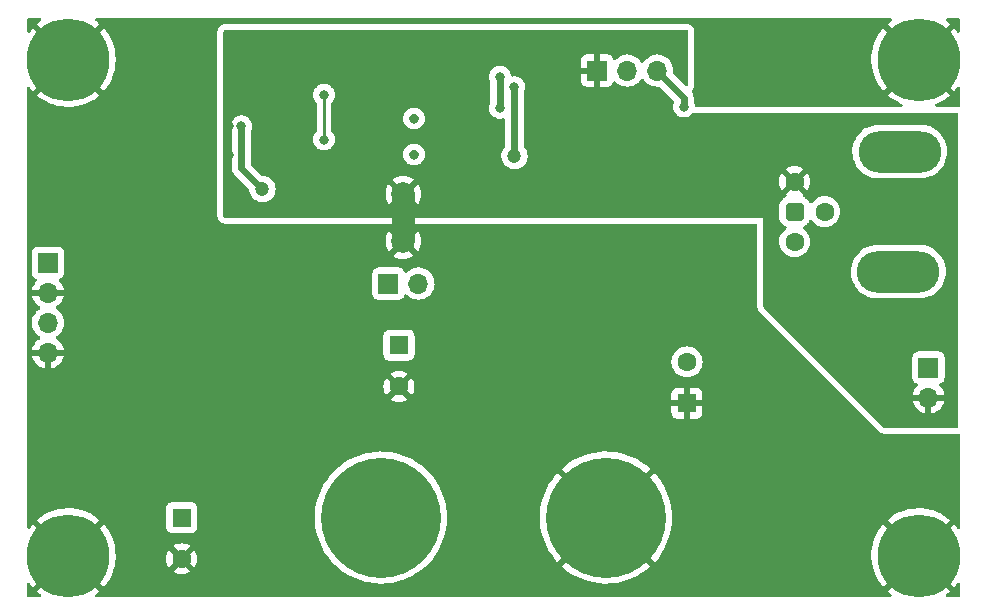
<source format=gbr>
%TF.GenerationSoftware,KiCad,Pcbnew,(5.99.0-9654-g274d4e2eb4)*%
%TF.CreationDate,2021-03-31T09:38:19+08:00*%
%TF.ProjectId,16bit-pwm-dac-board,31366269-742d-4707-976d-2d6461632d62,MK1B1*%
%TF.SameCoordinates,PXfd9da600PY17d7840*%
%TF.FileFunction,Copper,L2,Bot*%
%TF.FilePolarity,Positive*%
%FSLAX46Y46*%
G04 Gerber Fmt 4.6, Leading zero omitted, Abs format (unit mm)*
G04 Created by KiCad (PCBNEW (5.99.0-9654-g274d4e2eb4)) date 2021-03-31 09:38:19*
%MOMM*%
%LPD*%
G01*
G04 APERTURE LIST*
G04 Aperture macros list*
%AMRoundRect*
0 Rectangle with rounded corners*
0 $1 Rounding radius*
0 $2 $3 $4 $5 $6 $7 $8 $9 X,Y pos of 4 corners*
0 Add a 4 corners polygon primitive as box body*
4,1,4,$2,$3,$4,$5,$6,$7,$8,$9,$2,$3,0*
0 Add four circle primitives for the rounded corners*
1,1,$1+$1,$2,$3*
1,1,$1+$1,$4,$5*
1,1,$1+$1,$6,$7*
1,1,$1+$1,$8,$9*
0 Add four rect primitives between the rounded corners*
20,1,$1+$1,$2,$3,$4,$5,0*
20,1,$1+$1,$4,$5,$6,$7,0*
20,1,$1+$1,$6,$7,$8,$9,0*
20,1,$1+$1,$8,$9,$2,$3,0*%
G04 Aperture macros list end*
%TA.AperFunction,ComponentPad*%
%ADD10R,1.600000X1.600000*%
%TD*%
%TA.AperFunction,ComponentPad*%
%ADD11C,1.600000*%
%TD*%
%TA.AperFunction,ComponentPad*%
%ADD12R,1.700000X1.700000*%
%TD*%
%TA.AperFunction,ComponentPad*%
%ADD13O,1.700000X1.700000*%
%TD*%
%TA.AperFunction,ComponentPad*%
%ADD14C,0.800000*%
%TD*%
%TA.AperFunction,ComponentPad*%
%ADD15C,7.000000*%
%TD*%
%TA.AperFunction,ComponentPad*%
%ADD16C,10.160000*%
%TD*%
%TA.AperFunction,ComponentPad*%
%ADD17O,7.000000X3.500000*%
%TD*%
%TA.AperFunction,ComponentPad*%
%ADD18RoundRect,0.400000X-0.400000X0.400000X-0.400000X-0.400000X0.400000X-0.400000X0.400000X0.400000X0*%
%TD*%
%TA.AperFunction,SMDPad,CuDef*%
%ADD19C,2.000000*%
%TD*%
%TA.AperFunction,ViaPad*%
%ADD20C,0.800000*%
%TD*%
%TA.AperFunction,ViaPad*%
%ADD21C,1.200000*%
%TD*%
%TA.AperFunction,Conductor*%
%ADD22C,0.600000*%
%TD*%
%TA.AperFunction,Conductor*%
%ADD23C,0.250000*%
%TD*%
G04 APERTURE END LIST*
%TO.C,NT101*%
G36*
X33380000Y30620000D02*
G01*
X31380000Y30620000D01*
X31380000Y34620000D01*
X33380000Y34620000D01*
X33380000Y30620000D01*
G37*
%TD*%
D10*
%TO.P,C113,1*%
%TO.N,Net-(C113-Pad1)*%
X31999000Y21825000D03*
D11*
%TO.P,C113,2*%
%TO.N,GND*%
X31999000Y18325000D03*
%TD*%
D12*
%TO.P,J104,1,Pin_1*%
%TO.N,/PWM_HI*%
X2281000Y28800000D03*
D13*
%TO.P,J104,2,Pin_2*%
%TO.N,GND*%
X2281000Y26260000D03*
%TO.P,J104,3,Pin_3*%
%TO.N,/PWM_LO*%
X2281000Y23720000D03*
%TO.P,J104,4,Pin_4*%
%TO.N,GND*%
X2281000Y21180000D03*
%TD*%
D14*
%TO.P,H101,1,1*%
%TO.N,GND*%
X5856155Y44143845D03*
X4000000Y48625000D03*
D15*
X4000000Y46000000D03*
D14*
X1375000Y46000000D03*
X5856155Y47856155D03*
X2143845Y47856155D03*
X2143845Y44143845D03*
X4000000Y43375000D03*
X6625000Y46000000D03*
%TD*%
%TO.P,H103,1,1*%
%TO.N,GND*%
X76000000Y6625000D03*
X76000000Y1375000D03*
X73375000Y4000000D03*
D15*
X76000000Y4000000D03*
D14*
X78625000Y4000000D03*
X77856155Y2143845D03*
X77856155Y5856155D03*
X74143845Y2143845D03*
X74143845Y5856155D03*
%TD*%
D12*
%TO.P,J103,1,Pin_1*%
%TO.N,+9V*%
X31105000Y27032000D03*
D13*
%TO.P,J103,2,Pin_2*%
%TO.N,Net-(C113-Pad1)*%
X33645000Y27032000D03*
%TD*%
D10*
%TO.P,C117,1*%
%TO.N,GND*%
X56383000Y16898500D03*
D11*
%TO.P,C117,2*%
%TO.N,Net-(C117-Pad2)*%
X56383000Y20398500D03*
%TD*%
D12*
%TO.P,J107,1,Pin_1*%
%TO.N,GNDA*%
X48778000Y45066000D03*
D13*
%TO.P,J107,2,Pin_2*%
%TO.N,VEE*%
X51318000Y45066000D03*
%TO.P,J107,3,Pin_3*%
%TO.N,-5V*%
X53858000Y45066000D03*
%TD*%
D12*
%TO.P,J105,1,Pin_1*%
%TO.N,/DAC_OUT*%
X76830000Y19920000D03*
D13*
%TO.P,J105,2,Pin_2*%
%TO.N,GNDA*%
X76830000Y17380000D03*
%TD*%
D16*
%TO.P,J102,1,Pin_1*%
%TO.N,GND*%
X49525000Y7220000D03*
%TD*%
D14*
%TO.P,H102,1,1*%
%TO.N,GND*%
X4000000Y6625000D03*
X2143845Y5856155D03*
X4000000Y1375000D03*
X1375000Y4000000D03*
X5856155Y2143845D03*
X5856155Y5856155D03*
X2143845Y2143845D03*
D15*
X4000000Y4000000D03*
D14*
X6625000Y4000000D03*
%TD*%
D10*
%TO.P,C102,1*%
%TO.N,+9V*%
X13605000Y7220000D03*
D11*
%TO.P,C102,2*%
%TO.N,GND*%
X13605000Y3720000D03*
%TD*%
D16*
%TO.P,J101,1,Pin_1*%
%TO.N,/VIN_9V*%
X30475000Y7220000D03*
%TD*%
D14*
%TO.P,H104,1,1*%
%TO.N,GND*%
X74143845Y47856155D03*
X77856155Y47856155D03*
X73375000Y46000000D03*
X78625000Y46000000D03*
X76000000Y48625000D03*
X76000000Y43375000D03*
D15*
X76000000Y46000000D03*
D14*
X74143845Y44143845D03*
X77856155Y44143845D03*
%TD*%
D17*
%TO.P,J106,*%
%TO.N,*%
X74285000Y28048000D03*
X74385000Y38208000D03*
D18*
%TO.P,J106,1,In*%
%TO.N,/DAC_OUT*%
X65495000Y33128000D03*
D11*
%TO.P,J106,2,Ext*%
%TO.N,GNDA*%
X65495000Y35668000D03*
%TO.P,J106,3*%
%TO.N,N/C*%
X68035000Y33128000D03*
%TO.P,J106,4*%
X65495000Y30588000D03*
%TD*%
D19*
%TO.P,NT101,1,1*%
%TO.N,GND*%
X32380000Y30620000D03*
%TO.P,NT101,2,2*%
%TO.N,GNDA*%
X32380000Y34620000D03*
%TD*%
D20*
%TO.N,GND*%
X36825000Y21444000D03*
X41397000Y20428000D03*
X40254000Y21952000D03*
X42794000Y22714000D03*
X44445000Y25381000D03*
X45207000Y22206000D03*
X53589000Y27794000D03*
X53589000Y26524000D03*
X53589000Y25381000D03*
X49525000Y25381000D03*
X51430000Y25381000D03*
%TO.N,GNDA*%
X30094000Y33382000D03*
X26030000Y45320000D03*
X61590000Y38081000D03*
X21712000Y33509000D03*
X55621000Y38081000D03*
X17648000Y37954000D03*
X55875000Y45066000D03*
X49525000Y38081000D03*
X30983000Y36303000D03*
X74417000Y33128000D03*
X55621000Y33890000D03*
X30094000Y35160000D03*
X46350000Y41764000D03*
X37587000Y38081000D03*
X17648000Y40367000D03*
X35174000Y36303000D03*
X74417000Y23603000D03*
X19172000Y47733000D03*
X64511000Y24365000D03*
X29427000Y47409636D03*
X45969000Y47098000D03*
X17775000Y34144000D03*
X17648000Y43923000D03*
X26919000Y33382000D03*
X61590000Y34525000D03*
%TO.N,+5V*%
X41778000Y43669000D03*
D21*
X41778000Y37827000D03*
D20*
%TO.N,GND*%
X26665000Y24365000D03*
X39746000Y5061000D03*
X57272000Y26778000D03*
X33269000Y41002000D03*
X13584000Y37700000D03*
X39746000Y16745000D03*
X20950000Y17126000D03*
X40762000Y31350000D03*
X32380000Y31350000D03*
X22347000Y7855000D03*
X7234000Y33636000D03*
X64384000Y17634000D03*
X7361000Y37700000D03*
X2281000Y33255000D03*
X46096000Y27032000D03*
X26919000Y15475000D03*
X36571000Y24619000D03*
X13457000Y40748000D03*
X37841000Y25635000D03*
X58161000Y11792000D03*
X18537000Y18777000D03*
X58415000Y27413000D03*
X9139000Y40113000D03*
X45461000Y15602000D03*
X48128000Y25381000D03*
X52700000Y31350000D03*
X22347000Y3537000D03*
X36698000Y26778000D03*
X11425000Y21063000D03*
X20950000Y18904000D03*
X11933000Y17507000D03*
X57272000Y28937000D03*
X39746000Y11792000D03*
X11044000Y26270000D03*
X36444000Y29953000D03*
X4567000Y35668000D03*
X11171000Y3664000D03*
X48890000Y31350000D03*
X16378000Y3537000D03*
X57272000Y25635000D03*
X6980000Y32493000D03*
X11044000Y13443000D03*
X57272000Y27921000D03*
X16632000Y26270000D03*
X68829000Y42653000D03*
X11425000Y37573000D03*
X64003000Y42653000D03*
X33269000Y37954000D03*
X24125000Y21698000D03*
X44318000Y31350000D03*
X40127000Y25762000D03*
X5075000Y30969000D03*
D21*
%TO.N,+2V5*%
X20442000Y35033000D03*
D20*
X18664000Y40367000D03*
%TO.N,-5V*%
X56129000Y42018000D03*
%TO.N,Net-(R103-Pad1)*%
X25649000Y39224000D03*
X25649000Y43034000D03*
%TO.N,VEE*%
X40546375Y41891000D03*
X40546375Y44558000D03*
%TD*%
D22*
%TO.N,+5V*%
X41778000Y37827000D02*
X41778000Y43669000D01*
%TO.N,+2V5*%
X18664000Y36811000D02*
X20442000Y35033000D01*
X18664000Y40367000D02*
X18664000Y36811000D01*
%TO.N,-5V*%
X56129000Y42780000D02*
X53858000Y45051000D01*
X56129000Y42018000D02*
X56129000Y42780000D01*
X53858000Y45051000D02*
X53858000Y45066000D01*
D23*
%TO.N,Net-(R103-Pad1)*%
X25649000Y39224000D02*
X25649000Y43034000D01*
D22*
%TO.N,VEE*%
X40546375Y44558000D02*
X40546375Y41891000D01*
X40546375Y42336875D02*
X40546375Y41891000D01*
%TD*%
%TA.AperFunction,Conductor*%
%TO.N,GND*%
G36*
X1660312Y49471998D02*
G01*
X1706805Y49418342D01*
X1716909Y49348068D01*
X1687415Y49283488D01*
X1670197Y49267050D01*
X1364419Y49025994D01*
X1361180Y49023169D01*
X1353487Y49009674D01*
X1353552Y49008450D01*
X1358304Y49000906D01*
X3987188Y46372022D01*
X4001132Y46364408D01*
X4002965Y46364539D01*
X4009580Y46368790D01*
X6636011Y48995221D01*
X6643574Y49009071D01*
X6637247Y49018293D01*
X6511451Y49129783D01*
X6506554Y49133706D01*
X6326408Y49263870D01*
X6282907Y49319979D01*
X6276646Y49390699D01*
X6309614Y49453577D01*
X6371342Y49488650D01*
X6400202Y49492000D01*
X73592191Y49492000D01*
X73660312Y49471998D01*
X73706805Y49418342D01*
X73716909Y49348068D01*
X73687415Y49283488D01*
X73670197Y49267050D01*
X73364419Y49025994D01*
X73361180Y49023169D01*
X73353487Y49009674D01*
X73353552Y49008450D01*
X73358304Y49000906D01*
X75987188Y46372022D01*
X76001132Y46364408D01*
X76002965Y46364539D01*
X76009580Y46368790D01*
X78636011Y48995221D01*
X78643574Y49009071D01*
X78637247Y49018293D01*
X78511451Y49129783D01*
X78506554Y49133706D01*
X78326408Y49263870D01*
X78282907Y49319979D01*
X78276646Y49390699D01*
X78309614Y49453577D01*
X78371342Y49488650D01*
X78400202Y49492000D01*
X79366000Y49492000D01*
X79434121Y49471998D01*
X79480614Y49418342D01*
X79492000Y49366000D01*
X79492000Y48402605D01*
X79471998Y48334484D01*
X79418342Y48287991D01*
X79348068Y48277887D01*
X79283488Y48307381D01*
X79265438Y48326689D01*
X79080520Y48571638D01*
X79076508Y48576437D01*
X79021144Y48636330D01*
X79007510Y48644486D01*
X79006993Y48644469D01*
X78998379Y48639169D01*
X76372022Y46012812D01*
X76364408Y45998868D01*
X76364539Y45997035D01*
X76368790Y45990420D01*
X78997457Y43361753D01*
X79011401Y43354139D01*
X79012445Y43354213D01*
X79020138Y43359287D01*
X79035654Y43375552D01*
X79039753Y43380300D01*
X79266643Y43671229D01*
X79324308Y43712644D01*
X79395210Y43716309D01*
X79456838Y43681060D01*
X79489626Y43618088D01*
X79492000Y43593742D01*
X79492000Y42127755D01*
X79471998Y42059634D01*
X79418342Y42013141D01*
X79348068Y42003038D01*
X79248459Y42017360D01*
X79248444Y42017361D01*
X79244000Y42018000D01*
X77499681Y42018000D01*
X77431560Y42038002D01*
X77385067Y42091658D01*
X77374963Y42161932D01*
X77404457Y42226512D01*
X77449338Y42259506D01*
X77781451Y42404258D01*
X77787059Y42407042D01*
X78129760Y42598964D01*
X78135077Y42602300D01*
X78457016Y42827305D01*
X78461984Y42831159D01*
X78635284Y42979958D01*
X78643708Y42992936D01*
X78637735Y43003055D01*
X76012812Y45627978D01*
X75998868Y45635592D01*
X75997035Y45635461D01*
X75990420Y45631210D01*
X73361872Y43002662D01*
X73354706Y42989539D01*
X73362096Y42979237D01*
X73621825Y42767785D01*
X73626866Y42764083D01*
X73954594Y42547575D01*
X73959996Y42544380D01*
X74307612Y42361490D01*
X74313285Y42358857D01*
X74555416Y42260784D01*
X74611045Y42216672D01*
X74633995Y42149486D01*
X74616978Y42080559D01*
X74565397Y42031774D01*
X74508114Y42018000D01*
X57155951Y42018000D01*
X57087830Y42038002D01*
X57041337Y42091658D01*
X57030641Y42130830D01*
X57023228Y42201362D01*
X57022538Y42207927D01*
X57016500Y42226512D01*
X56973498Y42358857D01*
X56963524Y42389554D01*
X56954381Y42405390D01*
X56937500Y42468390D01*
X56937500Y42781776D01*
X56937507Y42783095D01*
X56938261Y42855161D01*
X56938335Y42862209D01*
X56929177Y42904566D01*
X56927116Y42917149D01*
X56923069Y42953232D01*
X56923069Y42953233D01*
X56922284Y42960230D01*
X56911256Y42991897D01*
X56907098Y43006694D01*
X56901500Y43032587D01*
X56901497Y43032595D01*
X56900010Y43039474D01*
X56881691Y43078758D01*
X56876894Y43090572D01*
X56864958Y43124849D01*
X56864957Y43124851D01*
X56862641Y43131502D01*
X56844866Y43159948D01*
X56837535Y43173450D01*
X56823363Y43203841D01*
X56807640Y43224111D01*
X56781694Y43290196D01*
X56795594Y43359819D01*
X56818105Y43390432D01*
X56819273Y43391600D01*
X56822666Y43394540D01*
X56917355Y43503816D01*
X56977421Y43635342D01*
X56993978Y43691730D01*
X56996154Y43699140D01*
X56996155Y43699144D01*
X56997423Y43703463D01*
X56999977Y43721224D01*
X57017361Y43842134D01*
X57017362Y43842141D01*
X57018000Y43846582D01*
X57018000Y45835084D01*
X71990545Y45835084D01*
X71990807Y45828832D01*
X72026747Y45437698D01*
X72027632Y45431477D01*
X72102243Y45045838D01*
X72103736Y45039764D01*
X72216284Y44663429D01*
X72218367Y44657545D01*
X72367741Y44294238D01*
X72370397Y44288593D01*
X72555118Y43941914D01*
X72558324Y43936558D01*
X72776557Y43609949D01*
X72780277Y43604939D01*
X72978879Y43363586D01*
X72991331Y43355129D01*
X73002157Y43361367D01*
X75627978Y45987188D01*
X75635592Y46001132D01*
X75635461Y46002965D01*
X75631210Y46009580D01*
X73004346Y48636444D01*
X72990855Y48643811D01*
X72981085Y48636956D01*
X72818307Y48445355D01*
X72814490Y48440380D01*
X72591158Y48117246D01*
X72587865Y48111934D01*
X72397736Y47768225D01*
X72394977Y47762596D01*
X72239919Y47401688D01*
X72237744Y47395839D01*
X72119302Y47021324D01*
X72117711Y47015262D01*
X72037051Y46630841D01*
X72036071Y46624654D01*
X71993989Y46234113D01*
X71993629Y46227874D01*
X71990545Y45835084D01*
X57018000Y45835084D01*
X57018000Y48369000D01*
X57006391Y48476980D01*
X56995005Y48529322D01*
X56960707Y48632372D01*
X56882535Y48754010D01*
X56836042Y48807666D01*
X56817213Y48823982D01*
X56809214Y48830913D01*
X56726766Y48902355D01*
X56595240Y48962421D01*
X56571486Y48969396D01*
X56531442Y48981154D01*
X56531438Y48981155D01*
X56527119Y48982423D01*
X56522671Y48983063D01*
X56522664Y48983064D01*
X56388448Y49002361D01*
X56388441Y49002362D01*
X56384000Y49003000D01*
X17266000Y49003000D01*
X17158020Y48991391D01*
X17154736Y48990677D01*
X17154732Y48990676D01*
X17129661Y48985222D01*
X17105678Y48980005D01*
X17002628Y48945707D01*
X16880990Y48867535D01*
X16827334Y48821042D01*
X16824393Y48817648D01*
X16812803Y48804273D01*
X16732645Y48711766D01*
X16672579Y48580240D01*
X16652577Y48512119D01*
X16651937Y48507671D01*
X16651936Y48507664D01*
X16632639Y48373448D01*
X16632638Y48373441D01*
X16632000Y48369000D01*
X16632000Y32746000D01*
X16643609Y32638020D01*
X16654995Y32585678D01*
X16689293Y32482628D01*
X16767465Y32360990D01*
X16813958Y32307334D01*
X16923234Y32212645D01*
X17054760Y32152579D01*
X17078514Y32145604D01*
X17118558Y32133846D01*
X17118562Y32133845D01*
X17122881Y32132577D01*
X17127329Y32131937D01*
X17127336Y32131936D01*
X17261552Y32112639D01*
X17261559Y32112638D01*
X17266000Y32112000D01*
X31482741Y32112000D01*
X31550862Y32091998D01*
X31597355Y32038342D01*
X31607459Y31968068D01*
X31577965Y31903488D01*
X31553563Y31881788D01*
X31523215Y31861164D01*
X31514891Y31851043D01*
X31522081Y31837129D01*
X32367188Y30992022D01*
X32381132Y30984408D01*
X32382965Y30984539D01*
X32389580Y30988790D01*
X33241493Y31840703D01*
X33248701Y31853904D01*
X33242495Y31862597D01*
X33239115Y31864946D01*
X33218230Y31877101D01*
X33169416Y31928654D01*
X33156223Y31998414D01*
X33182839Y32064233D01*
X33240814Y32105213D01*
X33281610Y32112000D01*
X62226000Y32112000D01*
X62294121Y32091998D01*
X62340614Y32038342D01*
X62352000Y31986000D01*
X62352000Y25052190D01*
X62354910Y24997896D01*
X62355090Y24996225D01*
X62355091Y24996208D01*
X62357608Y24972793D01*
X62357789Y24971113D01*
X62358058Y24969455D01*
X62363400Y24936488D01*
X62366490Y24917417D01*
X62417021Y24781943D01*
X62419174Y24778000D01*
X62419175Y24777998D01*
X62448891Y24723579D01*
X62451047Y24719631D01*
X62453742Y24716031D01*
X62534998Y24607487D01*
X62535002Y24607483D01*
X62537695Y24603885D01*
X72623885Y14517695D01*
X72664328Y14481365D01*
X72685302Y14464462D01*
X72686676Y14463471D01*
X72686692Y14463459D01*
X72706892Y14448893D01*
X72729424Y14432645D01*
X72735050Y14430075D01*
X72735053Y14430074D01*
X72804045Y14398567D01*
X72860950Y14372579D01*
X72884704Y14365604D01*
X72924748Y14353846D01*
X72924752Y14353845D01*
X72929071Y14352577D01*
X72933519Y14351937D01*
X72933526Y14351936D01*
X73067742Y14332639D01*
X73067749Y14332638D01*
X73072190Y14332000D01*
X79244000Y14332000D01*
X79351980Y14343609D01*
X79352151Y14342021D01*
X79416347Y14333924D01*
X79470801Y14288369D01*
X79492000Y14218420D01*
X79492000Y6402605D01*
X79471998Y6334484D01*
X79418342Y6287991D01*
X79348068Y6277887D01*
X79283488Y6307381D01*
X79265438Y6326689D01*
X79080520Y6571638D01*
X79076508Y6576437D01*
X79021144Y6636330D01*
X79007510Y6644486D01*
X79006993Y6644469D01*
X78998379Y6639169D01*
X76372022Y4012812D01*
X76364408Y3998868D01*
X76364539Y3997035D01*
X76368790Y3990420D01*
X78997457Y1361753D01*
X79011401Y1354139D01*
X79012445Y1354213D01*
X79020138Y1359287D01*
X79035654Y1375552D01*
X79039753Y1380300D01*
X79266643Y1671229D01*
X79324308Y1712644D01*
X79395210Y1716309D01*
X79456838Y1681060D01*
X79489626Y1618088D01*
X79492000Y1593742D01*
X79492000Y634000D01*
X79471998Y565879D01*
X79418342Y519386D01*
X79366000Y508000D01*
X78400382Y508000D01*
X78332261Y528002D01*
X78285768Y581658D01*
X78275664Y651932D01*
X78305158Y716512D01*
X78328202Y737276D01*
X78457016Y827305D01*
X78461984Y831159D01*
X78635284Y979958D01*
X78643708Y992936D01*
X78637735Y1003055D01*
X76012812Y3627978D01*
X75998868Y3635592D01*
X75997035Y3635461D01*
X75990420Y3631210D01*
X73361872Y1002662D01*
X73354706Y989539D01*
X73362096Y979237D01*
X73621825Y767785D01*
X73626852Y764093D01*
X73664637Y739131D01*
X73710450Y684893D01*
X73719666Y614497D01*
X73689361Y550293D01*
X73629156Y512666D01*
X73595185Y508000D01*
X6400382Y508000D01*
X6332261Y528002D01*
X6285768Y581658D01*
X6275664Y651932D01*
X6305158Y716512D01*
X6328202Y737276D01*
X6457016Y827305D01*
X6461984Y831159D01*
X6635284Y979958D01*
X6643708Y992936D01*
X6637735Y1003055D01*
X4012812Y3627978D01*
X3998868Y3635592D01*
X3997035Y3635461D01*
X3990420Y3631210D01*
X1361872Y1002662D01*
X1354706Y989539D01*
X1362096Y979237D01*
X1621825Y767785D01*
X1626852Y764093D01*
X1664637Y739131D01*
X1710450Y684893D01*
X1719666Y614497D01*
X1689361Y550293D01*
X1629156Y512666D01*
X1595185Y508000D01*
X634000Y508000D01*
X565879Y528002D01*
X519386Y581658D01*
X508000Y634000D01*
X508000Y1596506D01*
X528002Y1664627D01*
X581658Y1711120D01*
X651932Y1721224D01*
X716512Y1691730D01*
X738765Y1666508D01*
X776556Y1609949D01*
X780277Y1604939D01*
X978879Y1363586D01*
X991331Y1355129D01*
X1002157Y1361367D01*
X3627978Y3987188D01*
X3634356Y3998868D01*
X4364408Y3998868D01*
X4364539Y3997035D01*
X4368790Y3990420D01*
X6997457Y1361753D01*
X7011401Y1354139D01*
X7012445Y1354213D01*
X7020138Y1359287D01*
X7035654Y1375552D01*
X7039753Y1380300D01*
X7281309Y1690035D01*
X7284907Y1695154D01*
X7494512Y2027358D01*
X7497578Y2032799D01*
X7673151Y2384175D01*
X7675672Y2389921D01*
X7768609Y2633936D01*
X12883490Y2633936D01*
X12892787Y2621920D01*
X12943995Y2586064D01*
X12953481Y2580586D01*
X13150943Y2488509D01*
X13161239Y2484761D01*
X13371690Y2428370D01*
X13382477Y2426468D01*
X13599525Y2407479D01*
X13610475Y2407479D01*
X13827523Y2426468D01*
X13838310Y2428370D01*
X14048761Y2484761D01*
X14059057Y2488509D01*
X14256519Y2580586D01*
X14266005Y2586064D01*
X14318051Y2622506D01*
X14326426Y2632984D01*
X14319358Y2646432D01*
X13617812Y3347978D01*
X13603868Y3355592D01*
X13602035Y3355461D01*
X13595420Y3351210D01*
X12889920Y2645710D01*
X12883490Y2633936D01*
X7768609Y2633936D01*
X7815478Y2756996D01*
X7817406Y2762928D01*
X7920066Y3142089D01*
X7921398Y3148197D01*
X7985891Y3535668D01*
X7986610Y3541884D01*
X7998643Y3725475D01*
X12292479Y3725475D01*
X12292479Y3714525D01*
X12311468Y3497477D01*
X12313370Y3486690D01*
X12369761Y3276239D01*
X12373509Y3265943D01*
X12465586Y3068481D01*
X12471064Y3058995D01*
X12507506Y3006949D01*
X12517984Y2998574D01*
X12531432Y3005642D01*
X13232978Y3707188D01*
X13239356Y3718868D01*
X13969408Y3718868D01*
X13969539Y3717035D01*
X13973790Y3710420D01*
X14679290Y3004920D01*
X14691064Y2998490D01*
X14703080Y3007787D01*
X14738936Y3058995D01*
X14744414Y3068481D01*
X14836491Y3265943D01*
X14840239Y3276239D01*
X14896630Y3486690D01*
X14898532Y3497477D01*
X14917521Y3714525D01*
X14917521Y3725475D01*
X14898532Y3942523D01*
X14896630Y3953310D01*
X14840239Y4163761D01*
X14836491Y4174057D01*
X14744414Y4371519D01*
X14738936Y4381005D01*
X14702494Y4433051D01*
X14692016Y4441426D01*
X14678568Y4434358D01*
X13977022Y3732812D01*
X13969408Y3718868D01*
X13239356Y3718868D01*
X13240592Y3721132D01*
X13240461Y3722965D01*
X13236210Y3729580D01*
X12530710Y4435080D01*
X12518936Y4441510D01*
X12506920Y4432213D01*
X12471064Y4381005D01*
X12465586Y4371519D01*
X12373509Y4174057D01*
X12369761Y4163761D01*
X12313370Y3953310D01*
X12311468Y3942523D01*
X12292479Y3725475D01*
X7998643Y3725475D01*
X8012387Y3935160D01*
X8012519Y3938776D01*
X8012986Y3998193D01*
X8012910Y4001805D01*
X7993313Y4395448D01*
X7992694Y4401657D01*
X7934293Y4790106D01*
X7933057Y4796235D01*
X7930319Y4807016D01*
X12883574Y4807016D01*
X12890642Y4793568D01*
X13592188Y4092022D01*
X13606132Y4084408D01*
X13607965Y4084539D01*
X13614580Y4088790D01*
X14320080Y4794290D01*
X14326510Y4806064D01*
X14317213Y4818080D01*
X14266005Y4853936D01*
X14256519Y4859414D01*
X14059057Y4951491D01*
X14048761Y4955239D01*
X13838310Y5011630D01*
X13827523Y5013532D01*
X13610475Y5032521D01*
X13599525Y5032521D01*
X13382477Y5013532D01*
X13371690Y5011630D01*
X13161239Y4955239D01*
X13150943Y4951491D01*
X12953481Y4859414D01*
X12943995Y4853936D01*
X12891949Y4817494D01*
X12883574Y4807016D01*
X7930319Y4807016D01*
X7836370Y5176941D01*
X7834527Y5182932D01*
X7700503Y5552162D01*
X7698082Y5557921D01*
X7528050Y5912011D01*
X7525064Y5917512D01*
X7320709Y6252957D01*
X7317179Y6258151D01*
X7080520Y6571638D01*
X7076508Y6576437D01*
X7021144Y6636330D01*
X7007510Y6644486D01*
X7006993Y6644469D01*
X6998379Y6639169D01*
X4372022Y4012812D01*
X4364408Y3998868D01*
X3634356Y3998868D01*
X3635592Y4001132D01*
X3635461Y4002965D01*
X3631210Y4009580D01*
X1004346Y6636444D01*
X990855Y6643811D01*
X981085Y6636956D01*
X818307Y6445355D01*
X814490Y6440380D01*
X737653Y6329206D01*
X682468Y6284540D01*
X611894Y6276799D01*
X548339Y6308442D01*
X511981Y6369423D01*
X508000Y6400845D01*
X508000Y7009674D01*
X1353487Y7009674D01*
X1353552Y7008450D01*
X1358304Y7000906D01*
X3987188Y4372022D01*
X4001132Y4364408D01*
X4002965Y4364539D01*
X4009580Y4368790D01*
X6636011Y6995221D01*
X6643574Y7009071D01*
X6637247Y7018293D01*
X6511451Y7129783D01*
X6506554Y7133706D01*
X6188168Y7363755D01*
X6182935Y7367154D01*
X5843270Y7564447D01*
X5837707Y7567319D01*
X5480141Y7729894D01*
X5474307Y7732204D01*
X5102365Y7858461D01*
X5096350Y7860175D01*
X4713683Y7948872D01*
X4707545Y7949976D01*
X4317966Y8000228D01*
X4311721Y8000719D01*
X3919084Y8012030D01*
X3912832Y8011899D01*
X3521027Y7984157D01*
X3514796Y7983403D01*
X3127676Y7916884D01*
X3121576Y7915521D01*
X2742959Y7810876D01*
X2737036Y7808918D01*
X2370686Y7667188D01*
X2364968Y7664642D01*
X2014527Y7487237D01*
X2009073Y7484126D01*
X1677988Y7272795D01*
X1672887Y7269170D01*
X1364419Y7025994D01*
X1361180Y7023169D01*
X1353487Y7009674D01*
X508000Y7009674D01*
X508000Y8020000D01*
X12291500Y8020000D01*
X12291500Y6420000D01*
X12296727Y6346921D01*
X12337904Y6206684D01*
X12342775Y6199105D01*
X12412051Y6091309D01*
X12412053Y6091306D01*
X12416923Y6083729D01*
X12423733Y6077828D01*
X12520569Y5993918D01*
X12520572Y5993916D01*
X12527381Y5988016D01*
X12660330Y5927300D01*
X12669245Y5926018D01*
X12669246Y5926018D01*
X12800552Y5907139D01*
X12800559Y5907138D01*
X12805000Y5906500D01*
X14405000Y5906500D01*
X14478079Y5911727D01*
X14556165Y5934655D01*
X14609670Y5950365D01*
X14609672Y5950366D01*
X14618316Y5952904D01*
X14682135Y5993918D01*
X14733691Y6027051D01*
X14733694Y6027053D01*
X14741271Y6031923D01*
X14760826Y6054490D01*
X14831082Y6135569D01*
X14831084Y6135572D01*
X14836984Y6142381D01*
X14897700Y6275330D01*
X14908962Y6353660D01*
X14917861Y6415552D01*
X14917862Y6415559D01*
X14918500Y6420000D01*
X14918500Y7454231D01*
X24886406Y7454231D01*
X24886406Y6985769D01*
X24886625Y6983166D01*
X24886626Y6983147D01*
X24925379Y6521648D01*
X24925606Y6518949D01*
X25003731Y6057046D01*
X25004386Y6054496D01*
X25004387Y6054490D01*
X25077888Y5768225D01*
X25120233Y5603301D01*
X25274295Y5160895D01*
X25464836Y4732933D01*
X25690520Y4322416D01*
X25949763Y3932223D01*
X26240748Y3565092D01*
X26561433Y3223597D01*
X26909569Y2910134D01*
X27282714Y2626902D01*
X27284945Y2625486D01*
X27284951Y2625482D01*
X27488426Y2496353D01*
X27678250Y2375887D01*
X27680577Y2374671D01*
X27680583Y2374667D01*
X28091066Y2160072D01*
X28091071Y2160070D01*
X28093404Y2158850D01*
X28525262Y1977313D01*
X28527770Y1976498D01*
X28527773Y1976497D01*
X28968282Y1833367D01*
X28968286Y1833366D01*
X28970797Y1832550D01*
X29216180Y1774996D01*
X29424315Y1726178D01*
X29424322Y1726177D01*
X29426883Y1725576D01*
X29890320Y1657142D01*
X29892961Y1656976D01*
X29892969Y1656975D01*
X30144994Y1641119D01*
X30357859Y1627727D01*
X30360491Y1627782D01*
X30360498Y1627782D01*
X30537964Y1631499D01*
X30826219Y1637537D01*
X31292115Y1686505D01*
X31752281Y1774286D01*
X31754813Y1774993D01*
X31754826Y1774996D01*
X32200949Y1899556D01*
X32200957Y1899559D01*
X32203487Y1900265D01*
X32339759Y1950944D01*
X32640095Y2062638D01*
X32640101Y2062641D01*
X32642568Y2063558D01*
X33066446Y2263020D01*
X33472147Y2497252D01*
X33856825Y2764610D01*
X34030797Y2908532D01*
X34215758Y3061544D01*
X34215766Y3061551D01*
X34217782Y3063219D01*
X34247043Y3091874D01*
X45762414Y3091874D01*
X45762419Y3091799D01*
X45768525Y3082823D01*
X45957927Y2912285D01*
X45961987Y2908926D01*
X46330891Y2628912D01*
X46335242Y2625888D01*
X46726272Y2377734D01*
X46730833Y2375100D01*
X47141278Y2160524D01*
X47146048Y2158280D01*
X47573008Y1978803D01*
X47577948Y1976966D01*
X48018416Y1833849D01*
X48023504Y1832429D01*
X48474408Y1726669D01*
X48479590Y1725681D01*
X48937748Y1658027D01*
X48943020Y1657472D01*
X49405234Y1628393D01*
X49410508Y1628282D01*
X49873538Y1637982D01*
X49878815Y1638313D01*
X50339410Y1686723D01*
X50344645Y1687497D01*
X50799574Y1774279D01*
X50804711Y1775483D01*
X51250794Y1900032D01*
X51255792Y1901656D01*
X51689902Y2063099D01*
X51694769Y2065146D01*
X52113828Y2262340D01*
X52118499Y2264782D01*
X52519591Y2496353D01*
X52524044Y2499179D01*
X52904353Y2763500D01*
X52908556Y2766690D01*
X53265421Y3061915D01*
X53269326Y3065431D01*
X53282168Y3078006D01*
X53289925Y3091865D01*
X53289834Y3093349D01*
X53285294Y3100496D01*
X49537812Y6847978D01*
X49523868Y6855592D01*
X49522035Y6855461D01*
X49515420Y6851210D01*
X45770028Y3105818D01*
X45762414Y3091874D01*
X34247043Y3091874D01*
X34552486Y3390986D01*
X34615154Y3463587D01*
X34856854Y3743600D01*
X34858589Y3745610D01*
X35133945Y4124604D01*
X35135479Y4127136D01*
X35281829Y4368790D01*
X35376621Y4525311D01*
X35584917Y4944919D01*
X35757369Y5380484D01*
X35892770Y5828953D01*
X35909288Y5906661D01*
X35988194Y6277887D01*
X35990169Y6287179D01*
X36048883Y6751948D01*
X36053222Y6855461D01*
X36068389Y7217352D01*
X36068500Y7220000D01*
X36062475Y7363755D01*
X36058794Y7451581D01*
X43936906Y7451581D01*
X43936906Y6988419D01*
X43937126Y6983166D01*
X43975881Y6521648D01*
X43976544Y6516398D01*
X44053776Y6059773D01*
X44054882Y6054573D01*
X44170054Y5606006D01*
X44171582Y5600948D01*
X44323892Y5163572D01*
X44325830Y5158676D01*
X44514211Y4735565D01*
X44516555Y4730844D01*
X44739684Y4324975D01*
X44742404Y4320483D01*
X44998711Y3934711D01*
X45001803Y3930455D01*
X45289480Y3567497D01*
X45292941Y3563487D01*
X45385308Y3465126D01*
X45399004Y3457079D01*
X45399786Y3457111D01*
X45407998Y3462208D01*
X49152978Y7207188D01*
X49159356Y7218868D01*
X49889408Y7218868D01*
X49889539Y7217035D01*
X49893790Y7210420D01*
X53640623Y3463587D01*
X53654250Y3456146D01*
X53663815Y3462800D01*
X53906463Y3743911D01*
X53909757Y3748065D01*
X53972980Y3835084D01*
X71990545Y3835084D01*
X71990807Y3828832D01*
X72026747Y3437698D01*
X72027632Y3431477D01*
X72102243Y3045838D01*
X72103736Y3039764D01*
X72216284Y2663429D01*
X72218367Y2657545D01*
X72367741Y2294238D01*
X72370397Y2288593D01*
X72555118Y1941914D01*
X72558324Y1936558D01*
X72776557Y1609949D01*
X72780277Y1604939D01*
X72978879Y1363586D01*
X72991331Y1355129D01*
X73002157Y1361367D01*
X75627978Y3987188D01*
X75635592Y4001132D01*
X75635461Y4002965D01*
X75631210Y4009580D01*
X73004346Y6636444D01*
X72990855Y6643811D01*
X72981085Y6636956D01*
X72818307Y6445355D01*
X72814490Y6440380D01*
X72591158Y6117246D01*
X72587865Y6111934D01*
X72397736Y5768225D01*
X72394977Y5762596D01*
X72239919Y5401688D01*
X72237744Y5395839D01*
X72119302Y5021324D01*
X72117711Y5015262D01*
X72037051Y4630841D01*
X72036071Y4624654D01*
X71993989Y4234113D01*
X71993629Y4227874D01*
X71990545Y3835084D01*
X53972980Y3835084D01*
X54181979Y4122749D01*
X54184894Y4127136D01*
X54424809Y4523284D01*
X54427360Y4527923D01*
X54633286Y4942757D01*
X54635432Y4947577D01*
X54805928Y5378203D01*
X54807659Y5383173D01*
X54941525Y5826557D01*
X54942832Y5831644D01*
X55039129Y6284689D01*
X55040007Y6289882D01*
X55098053Y6749364D01*
X55098496Y6754635D01*
X55109185Y7009674D01*
X73353487Y7009674D01*
X73353552Y7008450D01*
X73358304Y7000906D01*
X75987188Y4372022D01*
X76001132Y4364408D01*
X76002965Y4364539D01*
X76009580Y4368790D01*
X78636011Y6995221D01*
X78643574Y7009071D01*
X78637247Y7018293D01*
X78511451Y7129783D01*
X78506554Y7133706D01*
X78188168Y7363755D01*
X78182935Y7367154D01*
X77843270Y7564447D01*
X77837707Y7567319D01*
X77480141Y7729894D01*
X77474307Y7732204D01*
X77102365Y7858461D01*
X77096350Y7860175D01*
X76713683Y7948872D01*
X76707545Y7949976D01*
X76317966Y8000228D01*
X76311721Y8000719D01*
X75919084Y8012030D01*
X75912832Y8011899D01*
X75521027Y7984157D01*
X75514796Y7983403D01*
X75127676Y7916884D01*
X75121576Y7915521D01*
X74742959Y7810876D01*
X74737036Y7808918D01*
X74370686Y7667188D01*
X74364968Y7664642D01*
X74014527Y7487237D01*
X74009073Y7484126D01*
X73677988Y7272795D01*
X73672887Y7269170D01*
X73364419Y7025994D01*
X73361180Y7023169D01*
X73353487Y7009674D01*
X55109185Y7009674D01*
X55117889Y7217352D01*
X55117889Y7222648D01*
X55098496Y7685365D01*
X55098053Y7690636D01*
X55040007Y8150118D01*
X55039129Y8155311D01*
X54942832Y8608356D01*
X54941525Y8613443D01*
X54807659Y9056827D01*
X54805928Y9061797D01*
X54635432Y9492423D01*
X54633286Y9497243D01*
X54427360Y9912077D01*
X54424809Y9916716D01*
X54184894Y10312864D01*
X54181979Y10317251D01*
X53909757Y10691935D01*
X53906463Y10696089D01*
X53665272Y10975511D01*
X53652230Y10983928D01*
X53642199Y10977989D01*
X49897022Y7232812D01*
X49889408Y7218868D01*
X49159356Y7218868D01*
X49160592Y7221132D01*
X49160461Y7222965D01*
X49156210Y7229580D01*
X45410522Y10975268D01*
X45396578Y10982882D01*
X45395798Y10982827D01*
X45387751Y10977475D01*
X45292941Y10876513D01*
X45289480Y10872503D01*
X45001803Y10509545D01*
X44998711Y10505289D01*
X44742404Y10119517D01*
X44739684Y10115025D01*
X44516555Y9709156D01*
X44514211Y9704435D01*
X44325830Y9281324D01*
X44323892Y9276428D01*
X44171582Y8839052D01*
X44170054Y8833994D01*
X44054882Y8385427D01*
X44053776Y8380227D01*
X43976544Y7923602D01*
X43975881Y7918352D01*
X43937126Y7456834D01*
X43936906Y7451581D01*
X36058794Y7451581D01*
X36048994Y7685407D01*
X36048994Y7685410D01*
X36048883Y7688052D01*
X35990169Y8152821D01*
X35941832Y8380227D01*
X35893316Y8608480D01*
X35893314Y8608488D01*
X35892770Y8611047D01*
X35757369Y9059516D01*
X35584917Y9495081D01*
X35376621Y9914689D01*
X35235821Y10147178D01*
X35135311Y10313141D01*
X35135307Y10313147D01*
X35133945Y10315396D01*
X34858589Y10694390D01*
X34552486Y11049014D01*
X34249630Y11345593D01*
X45762348Y11345593D01*
X45762349Y11345516D01*
X45767978Y11336232D01*
X49512188Y7592022D01*
X49526132Y7584408D01*
X49527965Y7584539D01*
X49534580Y7588790D01*
X53282298Y11336508D01*
X53289912Y11350452D01*
X53289806Y11351936D01*
X53285195Y11359029D01*
X53269326Y11374569D01*
X53265421Y11378085D01*
X52908556Y11673310D01*
X52904353Y11676500D01*
X52524044Y11940821D01*
X52519591Y11943647D01*
X52118499Y12175218D01*
X52113828Y12177660D01*
X51694769Y12374854D01*
X51689902Y12376901D01*
X51255792Y12538344D01*
X51250794Y12539968D01*
X50804711Y12664517D01*
X50799574Y12665721D01*
X50344645Y12752503D01*
X50339410Y12753277D01*
X49878815Y12801687D01*
X49873538Y12802018D01*
X49410508Y12811718D01*
X49405234Y12811607D01*
X48943020Y12782528D01*
X48937748Y12781973D01*
X48479590Y12714319D01*
X48474408Y12713331D01*
X48023504Y12607571D01*
X48018416Y12606151D01*
X47577948Y12463034D01*
X47573008Y12461197D01*
X47146048Y12281720D01*
X47141278Y12279476D01*
X46730833Y12064900D01*
X46726272Y12062266D01*
X46335242Y11814112D01*
X46330891Y11811088D01*
X45961987Y11531074D01*
X45957927Y11527715D01*
X45770679Y11359116D01*
X45762348Y11345593D01*
X34249630Y11345593D01*
X34217782Y11376781D01*
X34215766Y11378449D01*
X34215758Y11378456D01*
X33859339Y11673310D01*
X33856825Y11675390D01*
X33472147Y11942748D01*
X33066446Y12176980D01*
X32642568Y12376442D01*
X32640101Y12377359D01*
X32640095Y12377362D01*
X32205947Y12538820D01*
X32203487Y12539735D01*
X32200957Y12540441D01*
X32200949Y12540444D01*
X31754826Y12665004D01*
X31754813Y12665007D01*
X31752281Y12665714D01*
X31292115Y12753495D01*
X30826219Y12802463D01*
X30537964Y12808501D01*
X30360498Y12812218D01*
X30360491Y12812218D01*
X30357859Y12812273D01*
X30144994Y12798881D01*
X29892969Y12783025D01*
X29892961Y12783024D01*
X29890320Y12782858D01*
X29426883Y12714424D01*
X29424322Y12713823D01*
X29424315Y12713822D01*
X29246891Y12672207D01*
X28970797Y12607450D01*
X28968286Y12606634D01*
X28968282Y12606633D01*
X28759575Y12538820D01*
X28525262Y12462687D01*
X28093404Y12281150D01*
X28091071Y12279930D01*
X28091066Y12279928D01*
X27680583Y12065333D01*
X27680577Y12065329D01*
X27678250Y12064113D01*
X27676022Y12062699D01*
X27284951Y11814518D01*
X27284945Y11814514D01*
X27282714Y11813098D01*
X26909569Y11529866D01*
X26561433Y11216403D01*
X26240748Y10874908D01*
X25949763Y10507777D01*
X25690520Y10117584D01*
X25464836Y9707067D01*
X25274295Y9279105D01*
X25120233Y8836699D01*
X25119578Y8834148D01*
X25119575Y8834138D01*
X25011432Y8412949D01*
X25003731Y8382954D01*
X24925606Y7921051D01*
X24925386Y7918434D01*
X24925386Y7918432D01*
X24889178Y7487237D01*
X24886406Y7454231D01*
X14918500Y7454231D01*
X14918500Y8020000D01*
X14913273Y8093079D01*
X14872096Y8233316D01*
X14826393Y8304431D01*
X14797949Y8348691D01*
X14797947Y8348694D01*
X14793077Y8356271D01*
X14786267Y8362172D01*
X14689431Y8446082D01*
X14689428Y8446084D01*
X14682619Y8451984D01*
X14549670Y8512700D01*
X14540755Y8513982D01*
X14540754Y8513982D01*
X14409448Y8532861D01*
X14409441Y8532862D01*
X14405000Y8533500D01*
X12805000Y8533500D01*
X12731921Y8528273D01*
X12678884Y8512700D01*
X12600330Y8489635D01*
X12600328Y8489634D01*
X12591684Y8487096D01*
X12584105Y8482225D01*
X12476309Y8412949D01*
X12476306Y8412947D01*
X12468729Y8408077D01*
X12462828Y8401267D01*
X12378918Y8304431D01*
X12378916Y8304428D01*
X12373016Y8297619D01*
X12312300Y8164670D01*
X12311018Y8155755D01*
X12311018Y8155754D01*
X12292139Y8024448D01*
X12292138Y8024441D01*
X12291500Y8020000D01*
X508000Y8020000D01*
X508000Y16630952D01*
X55070000Y16630952D01*
X55070000Y16100757D01*
X55070161Y16096250D01*
X55074740Y16032231D01*
X55077126Y16019009D01*
X55113819Y15894042D01*
X55121233Y15877808D01*
X55190426Y15770140D01*
X55202112Y15756653D01*
X55298840Y15672838D01*
X55313848Y15663193D01*
X55430275Y15610023D01*
X55447388Y15604998D01*
X55578554Y15586139D01*
X55587495Y15585500D01*
X56110885Y15585500D01*
X56126124Y15589975D01*
X56127329Y15591365D01*
X56129000Y15599048D01*
X56129000Y16626385D01*
X56127659Y16630952D01*
X56637000Y16630952D01*
X56637000Y15603615D01*
X56641475Y15588376D01*
X56642865Y15587171D01*
X56650548Y15585500D01*
X57180743Y15585500D01*
X57185250Y15585661D01*
X57249269Y15590240D01*
X57262491Y15592626D01*
X57387458Y15629319D01*
X57403692Y15636733D01*
X57511360Y15705926D01*
X57524847Y15717612D01*
X57608662Y15814340D01*
X57618307Y15829348D01*
X57671477Y15945775D01*
X57676502Y15962888D01*
X57695361Y16094054D01*
X57696000Y16102997D01*
X57696000Y16626385D01*
X57691525Y16641624D01*
X57690135Y16642829D01*
X57682452Y16644500D01*
X56655115Y16644500D01*
X56639876Y16640025D01*
X56638671Y16638635D01*
X56637000Y16630952D01*
X56127659Y16630952D01*
X56124525Y16641624D01*
X56123135Y16642829D01*
X56115452Y16644500D01*
X55088115Y16644500D01*
X55072876Y16640025D01*
X55071671Y16638635D01*
X55070000Y16630952D01*
X508000Y16630952D01*
X508000Y17238936D01*
X31277490Y17238936D01*
X31286787Y17226920D01*
X31337995Y17191064D01*
X31347481Y17185586D01*
X31544943Y17093509D01*
X31555239Y17089761D01*
X31765690Y17033370D01*
X31776477Y17031468D01*
X31993525Y17012479D01*
X32004475Y17012479D01*
X32221523Y17031468D01*
X32232310Y17033370D01*
X32442761Y17089761D01*
X32453057Y17093509D01*
X32650519Y17185586D01*
X32660005Y17191064D01*
X32712051Y17227506D01*
X32720426Y17237984D01*
X32713358Y17251432D01*
X32011812Y17952978D01*
X31997868Y17960592D01*
X31996035Y17960461D01*
X31989420Y17956210D01*
X31283920Y17250710D01*
X31277490Y17238936D01*
X508000Y17238936D01*
X508000Y18330475D01*
X30686479Y18330475D01*
X30686479Y18319525D01*
X30705468Y18102477D01*
X30707370Y18091690D01*
X30763761Y17881239D01*
X30767509Y17870943D01*
X30859586Y17673481D01*
X30865064Y17663995D01*
X30901506Y17611949D01*
X30911984Y17603574D01*
X30925432Y17610642D01*
X31626978Y18312188D01*
X31633356Y18323868D01*
X32363408Y18323868D01*
X32363539Y18322035D01*
X32367790Y18315420D01*
X33073290Y17609920D01*
X33085064Y17603490D01*
X33097080Y17612787D01*
X33132936Y17663995D01*
X33138414Y17673481D01*
X33147984Y17694005D01*
X55070000Y17694005D01*
X55070000Y17170615D01*
X55074475Y17155376D01*
X55075865Y17154171D01*
X55083548Y17152500D01*
X56110885Y17152500D01*
X56126124Y17156975D01*
X56127329Y17158365D01*
X56129000Y17166048D01*
X56129000Y18193385D01*
X56127659Y18197952D01*
X56637000Y18197952D01*
X56637000Y17170615D01*
X56641475Y17155376D01*
X56642865Y17154171D01*
X56650548Y17152500D01*
X57677885Y17152500D01*
X57693124Y17156975D01*
X57694329Y17158365D01*
X57696000Y17166048D01*
X57696000Y17696243D01*
X57695839Y17700750D01*
X57691260Y17764769D01*
X57688874Y17777991D01*
X57652181Y17902958D01*
X57644767Y17919192D01*
X57575574Y18026860D01*
X57563888Y18040347D01*
X57467160Y18124162D01*
X57452152Y18133807D01*
X57335725Y18186977D01*
X57318612Y18192002D01*
X57187446Y18210861D01*
X57178505Y18211500D01*
X56655115Y18211500D01*
X56639876Y18207025D01*
X56638671Y18205635D01*
X56637000Y18197952D01*
X56127659Y18197952D01*
X56124525Y18208624D01*
X56123135Y18209829D01*
X56115452Y18211500D01*
X55585257Y18211500D01*
X55580750Y18211339D01*
X55516731Y18206760D01*
X55503509Y18204374D01*
X55378542Y18167681D01*
X55362308Y18160267D01*
X55254640Y18091074D01*
X55241153Y18079388D01*
X55157338Y17982660D01*
X55147693Y17967652D01*
X55094523Y17851225D01*
X55089498Y17834112D01*
X55070639Y17702946D01*
X55070000Y17694005D01*
X33147984Y17694005D01*
X33230491Y17870943D01*
X33234239Y17881239D01*
X33290630Y18091690D01*
X33292532Y18102477D01*
X33311521Y18319525D01*
X33311521Y18330475D01*
X33292532Y18547523D01*
X33290630Y18558310D01*
X33234239Y18768761D01*
X33230491Y18779057D01*
X33138414Y18976519D01*
X33132936Y18986005D01*
X33096494Y19038051D01*
X33086016Y19046426D01*
X33072568Y19039358D01*
X32371022Y18337812D01*
X32363408Y18323868D01*
X31633356Y18323868D01*
X31634592Y18326132D01*
X31634461Y18327965D01*
X31630210Y18334580D01*
X30924710Y19040080D01*
X30912936Y19046510D01*
X30900920Y19037213D01*
X30865064Y18986005D01*
X30859586Y18976519D01*
X30767509Y18779057D01*
X30763761Y18768761D01*
X30707370Y18558310D01*
X30705468Y18547523D01*
X30686479Y18330475D01*
X508000Y18330475D01*
X508000Y19412016D01*
X31277574Y19412016D01*
X31284642Y19398568D01*
X31986188Y18697022D01*
X32000132Y18689408D01*
X32001965Y18689539D01*
X32008580Y18693790D01*
X32714080Y19399290D01*
X32720510Y19411064D01*
X32711213Y19423080D01*
X32660005Y19458936D01*
X32650519Y19464414D01*
X32453057Y19556491D01*
X32442761Y19560239D01*
X32232310Y19616630D01*
X32221523Y19618532D01*
X32004475Y19637521D01*
X31993525Y19637521D01*
X31776477Y19618532D01*
X31765690Y19616630D01*
X31555239Y19560239D01*
X31544943Y19556491D01*
X31347481Y19464414D01*
X31337995Y19458936D01*
X31285949Y19422494D01*
X31277574Y19412016D01*
X508000Y19412016D01*
X508000Y20907577D01*
X949255Y20907577D01*
X957638Y20855529D01*
X960212Y20845207D01*
X1031230Y20637190D01*
X1035497Y20627467D01*
X1140556Y20434375D01*
X1146402Y20425509D01*
X1282486Y20252887D01*
X1289750Y20245125D01*
X1452967Y20097906D01*
X1461444Y20091472D01*
X1647122Y19973864D01*
X1656567Y19968947D01*
X1859406Y19884306D01*
X1869545Y19881050D01*
X2009345Y19848904D01*
X2023422Y19849743D01*
X2027000Y19859001D01*
X2027000Y20907885D01*
X2025659Y20912452D01*
X2535000Y20912452D01*
X2535000Y19860059D01*
X2539151Y19845921D01*
X2549798Y19844226D01*
X2553192Y19844904D01*
X2764333Y19906046D01*
X2774259Y19909857D01*
X2972065Y20005693D01*
X2981212Y20011124D01*
X3160041Y20138917D01*
X3168149Y20145818D01*
X3322893Y20301918D01*
X3329706Y20310067D01*
X3391743Y20398500D01*
X55069500Y20398500D01*
X55089455Y20170413D01*
X55090879Y20165100D01*
X55090879Y20165098D01*
X55142121Y19973864D01*
X55148714Y19949257D01*
X55151036Y19944276D01*
X55151037Y19944275D01*
X55243150Y19746737D01*
X55243153Y19746732D01*
X55245476Y19741750D01*
X55248632Y19737243D01*
X55248633Y19737241D01*
X55333086Y19616630D01*
X55376801Y19554198D01*
X55538698Y19392301D01*
X55543206Y19389144D01*
X55543209Y19389142D01*
X55721741Y19264133D01*
X55726250Y19260976D01*
X55731232Y19258653D01*
X55731237Y19258650D01*
X55928775Y19166537D01*
X55933757Y19164214D01*
X55939065Y19162792D01*
X55939067Y19162791D01*
X56149598Y19106379D01*
X56149600Y19106379D01*
X56154913Y19104955D01*
X56383000Y19085000D01*
X56611087Y19104955D01*
X56616400Y19106379D01*
X56616402Y19106379D01*
X56826933Y19162791D01*
X56826935Y19162792D01*
X56832243Y19164214D01*
X56837225Y19166537D01*
X57034763Y19258650D01*
X57034768Y19258653D01*
X57039750Y19260976D01*
X57044259Y19264133D01*
X57222791Y19389142D01*
X57222794Y19389144D01*
X57227302Y19392301D01*
X57389199Y19554198D01*
X57432915Y19616630D01*
X57517367Y19737241D01*
X57517368Y19737243D01*
X57520524Y19741750D01*
X57522847Y19746732D01*
X57522850Y19746737D01*
X57614963Y19944275D01*
X57614964Y19944276D01*
X57617286Y19949257D01*
X57623880Y19973864D01*
X57675121Y20165098D01*
X57675121Y20165100D01*
X57676545Y20170413D01*
X57696500Y20398500D01*
X57676545Y20626587D01*
X57675081Y20632051D01*
X57618709Y20842433D01*
X57618708Y20842435D01*
X57617286Y20847743D01*
X57613655Y20855529D01*
X57522850Y21050263D01*
X57522847Y21050268D01*
X57520524Y21055250D01*
X57389199Y21242802D01*
X57227302Y21404699D01*
X57222794Y21407856D01*
X57222791Y21407858D01*
X57044259Y21532867D01*
X57044257Y21532868D01*
X57039750Y21536024D01*
X57034768Y21538347D01*
X57034763Y21538350D01*
X56837225Y21630463D01*
X56837224Y21630464D01*
X56832243Y21632786D01*
X56826935Y21634208D01*
X56826933Y21634209D01*
X56616402Y21690621D01*
X56616400Y21690621D01*
X56611087Y21692045D01*
X56383000Y21712000D01*
X56154913Y21692045D01*
X56149600Y21690621D01*
X56149598Y21690621D01*
X55939067Y21634209D01*
X55939065Y21634208D01*
X55933757Y21632786D01*
X55928776Y21630464D01*
X55928775Y21630463D01*
X55731237Y21538350D01*
X55731232Y21538347D01*
X55726250Y21536024D01*
X55721743Y21532868D01*
X55721741Y21532867D01*
X55543209Y21407858D01*
X55543206Y21407856D01*
X55538698Y21404699D01*
X55376801Y21242802D01*
X55245476Y21055250D01*
X55243153Y21050268D01*
X55243150Y21050263D01*
X55152345Y20855529D01*
X55148714Y20847743D01*
X55147292Y20842435D01*
X55147291Y20842433D01*
X55090919Y20632051D01*
X55089455Y20626587D01*
X55069500Y20398500D01*
X3391743Y20398500D01*
X3455940Y20490012D01*
X3461295Y20499213D01*
X3555399Y20697844D01*
X3559123Y20707803D01*
X3616968Y20914282D01*
X3615430Y20922649D01*
X3603137Y20926000D01*
X2553115Y20926000D01*
X2537876Y20921525D01*
X2536671Y20920135D01*
X2535000Y20912452D01*
X2025659Y20912452D01*
X2022525Y20923124D01*
X2021135Y20924329D01*
X2013452Y20926000D01*
X964403Y20926000D01*
X951222Y20922130D01*
X949255Y20907577D01*
X508000Y20907577D01*
X508000Y23617767D01*
X921338Y23617767D01*
X958002Y23390139D01*
X1032494Y23171944D01*
X1035044Y23167257D01*
X1035045Y23167255D01*
X1074557Y23094635D01*
X1142685Y22969420D01*
X1285424Y22788356D01*
X1316025Y22760754D01*
X1452659Y22637511D01*
X1452665Y22637506D01*
X1456629Y22633931D01*
X1461142Y22631072D01*
X1461144Y22631071D01*
X1579712Y22555971D01*
X1626557Y22502623D01*
X1637124Y22432417D01*
X1608057Y22367643D01*
X1577656Y22341808D01*
X1482486Y22284058D01*
X1473896Y22277794D01*
X1307884Y22133736D01*
X1300464Y22126105D01*
X1161100Y21956140D01*
X1155075Y21947373D01*
X1046342Y21756356D01*
X1041877Y21746692D01*
X966882Y21540084D01*
X964111Y21529816D01*
X950008Y21451826D01*
X951427Y21438586D01*
X966062Y21434000D01*
X3600079Y21434000D01*
X3613610Y21437973D01*
X3614876Y21446782D01*
X3567954Y21627567D01*
X3564419Y21637605D01*
X3474147Y21838002D01*
X3468967Y21847308D01*
X3346218Y22029634D01*
X3339557Y22037920D01*
X3187830Y22196970D01*
X3179873Y22204010D01*
X3003524Y22335217D01*
X2990981Y22342995D01*
X2943628Y22395893D01*
X2932391Y22465995D01*
X2960838Y22531043D01*
X2984122Y22552591D01*
X3085448Y22625000D01*
X30685500Y22625000D01*
X30685500Y21025000D01*
X30690727Y20951921D01*
X30731904Y20811684D01*
X30736775Y20804105D01*
X30806051Y20696309D01*
X30806053Y20696306D01*
X30810923Y20688729D01*
X30817733Y20682828D01*
X30914569Y20598918D01*
X30914572Y20598916D01*
X30921381Y20593016D01*
X31054330Y20532300D01*
X31063245Y20531018D01*
X31063246Y20531018D01*
X31194552Y20512139D01*
X31194559Y20512138D01*
X31199000Y20511500D01*
X32799000Y20511500D01*
X32872079Y20516727D01*
X32950165Y20539655D01*
X33003670Y20555365D01*
X33003672Y20555366D01*
X33012316Y20557904D01*
X33076135Y20598918D01*
X33127691Y20632051D01*
X33127694Y20632053D01*
X33135271Y20636923D01*
X33175048Y20682828D01*
X33225082Y20740569D01*
X33225084Y20740572D01*
X33230984Y20747381D01*
X33291700Y20880330D01*
X33292982Y20889246D01*
X33311861Y21020552D01*
X33311862Y21020559D01*
X33312500Y21025000D01*
X33312500Y22625000D01*
X33307273Y22698079D01*
X33283846Y22777864D01*
X33268635Y22829670D01*
X33268634Y22829672D01*
X33266096Y22838316D01*
X33220393Y22909431D01*
X33191949Y22953691D01*
X33191947Y22953694D01*
X33187077Y22961271D01*
X33172261Y22974109D01*
X33083431Y23051082D01*
X33083428Y23051084D01*
X33076619Y23056984D01*
X32943670Y23117700D01*
X32934755Y23118982D01*
X32934754Y23118982D01*
X32803448Y23137861D01*
X32803441Y23137862D01*
X32799000Y23138500D01*
X31199000Y23138500D01*
X31125921Y23133273D01*
X31072884Y23117700D01*
X30994330Y23094635D01*
X30994328Y23094634D01*
X30985684Y23092096D01*
X30978105Y23087225D01*
X30870309Y23017949D01*
X30870306Y23017947D01*
X30862729Y23013077D01*
X30856828Y23006267D01*
X30772918Y22909431D01*
X30772916Y22909428D01*
X30767016Y22902619D01*
X30763272Y22894421D01*
X30713201Y22784780D01*
X30706300Y22769670D01*
X30705018Y22760755D01*
X30705018Y22760754D01*
X30686139Y22629448D01*
X30686138Y22629441D01*
X30685500Y22625000D01*
X3085448Y22625000D01*
X3164711Y22681643D01*
X3327030Y22845383D01*
X3403009Y22953691D01*
X3456375Y23029764D01*
X3456376Y23029766D01*
X3459439Y23034132D01*
X3558153Y23242492D01*
X3620349Y23464506D01*
X3644249Y23693824D01*
X3644500Y23720000D01*
X3644250Y23722948D01*
X3625458Y23944424D01*
X3625457Y23944428D01*
X3625007Y23949735D01*
X3567084Y24172902D01*
X3515731Y24286902D01*
X3474578Y24378257D01*
X3474577Y24378259D01*
X3472388Y24383118D01*
X3343627Y24574374D01*
X3184482Y24741201D01*
X2999504Y24878829D01*
X2994742Y24881250D01*
X2990967Y24883591D01*
X2943613Y24936488D01*
X2932374Y25006590D01*
X2960819Y25071639D01*
X2984107Y25093191D01*
X3160034Y25218911D01*
X3168149Y25225818D01*
X3322893Y25381918D01*
X3329706Y25390067D01*
X3455940Y25570012D01*
X3461295Y25579213D01*
X3555399Y25777844D01*
X3559123Y25787803D01*
X3616968Y25994282D01*
X3615430Y26002649D01*
X3603137Y26006000D01*
X964403Y26006000D01*
X951222Y26002130D01*
X949255Y25987577D01*
X957638Y25935529D01*
X960212Y25925207D01*
X1031230Y25717190D01*
X1035497Y25707467D01*
X1140556Y25514375D01*
X1146402Y25505509D01*
X1282486Y25332887D01*
X1289750Y25325125D01*
X1452967Y25177906D01*
X1461444Y25171472D01*
X1579717Y25096558D01*
X1626562Y25043210D01*
X1637129Y24973004D01*
X1608062Y24908230D01*
X1577662Y24882395D01*
X1495057Y24832269D01*
X1477631Y24821694D01*
X1473601Y24818197D01*
X1364563Y24723579D01*
X1303492Y24670585D01*
X1300109Y24666459D01*
X1300105Y24666455D01*
X1227768Y24578233D01*
X1157304Y24492295D01*
X1043245Y24291923D01*
X964578Y24075198D01*
X963629Y24069949D01*
X963628Y24069946D01*
X941890Y23949735D01*
X923551Y23848317D01*
X923500Y23842977D01*
X922097Y23696790D01*
X921338Y23617767D01*
X508000Y23617767D01*
X508000Y29650000D01*
X917500Y29650000D01*
X917500Y27950000D01*
X922727Y27876921D01*
X963904Y27736684D01*
X968775Y27729105D01*
X1038051Y27621309D01*
X1038053Y27621306D01*
X1042923Y27613729D01*
X1049733Y27607828D01*
X1146569Y27523918D01*
X1146572Y27523916D01*
X1153381Y27518016D01*
X1286330Y27457300D01*
X1293035Y27456336D01*
X1351813Y27418563D01*
X1381306Y27353983D01*
X1371203Y27283709D01*
X1339171Y27240885D01*
X1307879Y27213731D01*
X1300464Y27206105D01*
X1161100Y27036140D01*
X1155075Y27027373D01*
X1046342Y26836356D01*
X1041877Y26826692D01*
X966882Y26620084D01*
X964111Y26609816D01*
X950008Y26531826D01*
X951427Y26518586D01*
X966062Y26514000D01*
X3600079Y26514000D01*
X3613610Y26517973D01*
X3614876Y26526782D01*
X3567954Y26707567D01*
X3564419Y26717605D01*
X3474147Y26918002D01*
X3468967Y26927308D01*
X3346218Y27109634D01*
X3339557Y27117920D01*
X3211331Y27252335D01*
X3178784Y27315432D01*
X3185515Y27386109D01*
X3229389Y27441926D01*
X3267003Y27460203D01*
X3335670Y27480365D01*
X3335672Y27480366D01*
X3344316Y27482904D01*
X3408135Y27523918D01*
X3459691Y27557051D01*
X3459694Y27557053D01*
X3467271Y27561923D01*
X3507048Y27607828D01*
X3557082Y27665569D01*
X3557084Y27665572D01*
X3562984Y27672381D01*
X3623700Y27805330D01*
X3634716Y27881947D01*
X3634724Y27882000D01*
X29741500Y27882000D01*
X29741500Y26182000D01*
X29746727Y26108921D01*
X29767063Y26039663D01*
X29782357Y25987577D01*
X29787904Y25968684D01*
X29792775Y25961105D01*
X29862051Y25853309D01*
X29862053Y25853306D01*
X29866923Y25845729D01*
X29873733Y25839828D01*
X29970569Y25755918D01*
X29970572Y25755916D01*
X29977381Y25750016D01*
X29985579Y25746272D01*
X30097998Y25694932D01*
X30110330Y25689300D01*
X30119245Y25688018D01*
X30119246Y25688018D01*
X30250552Y25669139D01*
X30250559Y25669138D01*
X30255000Y25668500D01*
X31955000Y25668500D01*
X32028079Y25673727D01*
X32142988Y25707467D01*
X32159670Y25712365D01*
X32159672Y25712366D01*
X32168316Y25714904D01*
X32234721Y25757580D01*
X32283691Y25789051D01*
X32283694Y25789053D01*
X32291271Y25793923D01*
X32316086Y25822561D01*
X32381082Y25897569D01*
X32381084Y25897572D01*
X32386984Y25904381D01*
X32447700Y26037330D01*
X32448320Y26041640D01*
X32485432Y26099390D01*
X32550012Y26128883D01*
X32620286Y26118780D01*
X32652335Y26097730D01*
X32820629Y25945931D01*
X32825142Y25943072D01*
X32825144Y25943071D01*
X32853348Y25925207D01*
X33015406Y25822561D01*
X33228184Y25733772D01*
X33233387Y25732575D01*
X33233392Y25732574D01*
X33447678Y25683299D01*
X33447683Y25683298D01*
X33452881Y25682103D01*
X33458209Y25681800D01*
X33458212Y25681800D01*
X33608877Y25673245D01*
X33683071Y25669032D01*
X33688378Y25669632D01*
X33688380Y25669632D01*
X33862354Y25689300D01*
X33912173Y25694932D01*
X33917288Y25696413D01*
X33917292Y25696414D01*
X34046298Y25733772D01*
X34133635Y25759063D01*
X34341125Y25859591D01*
X34345463Y25862691D01*
X34345468Y25862694D01*
X34505883Y25977330D01*
X34528711Y25993643D01*
X34691030Y26157383D01*
X34823439Y26346132D01*
X34922153Y26554492D01*
X34984349Y26776506D01*
X34989580Y26826692D01*
X35007941Y27002873D01*
X35008249Y27005824D01*
X35008500Y27032000D01*
X35001210Y27117920D01*
X34989458Y27256424D01*
X34989457Y27256428D01*
X34989007Y27261735D01*
X34931084Y27484902D01*
X34913509Y27523918D01*
X34838578Y27690257D01*
X34838577Y27690259D01*
X34836388Y27695118D01*
X34825338Y27711532D01*
X34802583Y27745330D01*
X34707627Y27886374D01*
X34548482Y28053201D01*
X34363504Y28190829D01*
X34358753Y28193245D01*
X34358749Y28193247D01*
X34162740Y28292903D01*
X34162739Y28292903D01*
X34157982Y28295322D01*
X34017033Y28339088D01*
X33942895Y28362109D01*
X33942889Y28362110D01*
X33937792Y28363693D01*
X33832798Y28377609D01*
X33714515Y28393286D01*
X33714510Y28393286D01*
X33709230Y28393986D01*
X33703900Y28393786D01*
X33703899Y28393786D01*
X33610320Y28390273D01*
X33478831Y28385337D01*
X33434246Y28375982D01*
X33258411Y28339088D01*
X33258408Y28339087D01*
X33253184Y28337991D01*
X33038740Y28253303D01*
X32841631Y28133694D01*
X32837601Y28130197D01*
X32711406Y28020691D01*
X32667492Y27982585D01*
X32662339Y27976300D01*
X32661364Y27975635D01*
X32660390Y27974634D01*
X32660186Y27974832D01*
X32603681Y27936305D01*
X32532710Y27934372D01*
X32471961Y27971115D01*
X32444008Y28020691D01*
X32424634Y28086671D01*
X32422096Y28095316D01*
X32360713Y28190829D01*
X32347949Y28210691D01*
X32347947Y28210694D01*
X32343077Y28218271D01*
X32300384Y28255265D01*
X32239431Y28308082D01*
X32239428Y28308084D01*
X32232619Y28313984D01*
X32150175Y28351635D01*
X32107864Y28370958D01*
X32107863Y28370958D01*
X32099670Y28374700D01*
X32090755Y28375982D01*
X32090754Y28375982D01*
X31959448Y28394861D01*
X31959441Y28394862D01*
X31955000Y28395500D01*
X30255000Y28395500D01*
X30181921Y28390273D01*
X30128884Y28374700D01*
X30050330Y28351635D01*
X30050328Y28351634D01*
X30041684Y28349096D01*
X30021350Y28336028D01*
X29926309Y28274949D01*
X29926306Y28274947D01*
X29918729Y28270077D01*
X29912828Y28263267D01*
X29828918Y28166431D01*
X29828916Y28166428D01*
X29823016Y28159619D01*
X29762300Y28026670D01*
X29761018Y28017755D01*
X29761018Y28017754D01*
X29742139Y27886448D01*
X29742138Y27886441D01*
X29741500Y27882000D01*
X3634724Y27882000D01*
X3643861Y27945552D01*
X3643862Y27945559D01*
X3644500Y27950000D01*
X3644500Y29390123D01*
X31514739Y29390123D01*
X31523846Y29378266D01*
X31601157Y29323323D01*
X31609815Y29318162D01*
X31818488Y29215482D01*
X31827872Y29211767D01*
X32050257Y29143777D01*
X32060127Y29141607D01*
X32290520Y29110047D01*
X32300611Y29109483D01*
X32533091Y29115164D01*
X32543124Y29116219D01*
X32771716Y29158999D01*
X32781455Y29161645D01*
X33000263Y29240421D01*
X33009456Y29244591D01*
X33212848Y29357333D01*
X33221264Y29362924D01*
X33238704Y29376647D01*
X33247173Y29388549D01*
X33240676Y29400114D01*
X32392812Y30247978D01*
X32378868Y30255592D01*
X32377035Y30255461D01*
X32370420Y30251210D01*
X31521243Y29402033D01*
X31514739Y29390123D01*
X3644500Y29390123D01*
X3644500Y29650000D01*
X3639273Y29723079D01*
X3598096Y29863316D01*
X3552393Y29934431D01*
X3523949Y29978691D01*
X3523947Y29978694D01*
X3519077Y29986271D01*
X3512267Y29992172D01*
X3415431Y30076082D01*
X3415428Y30076084D01*
X3408619Y30081984D01*
X3400421Y30085728D01*
X3283864Y30138958D01*
X3283863Y30138958D01*
X3275670Y30142700D01*
X3266755Y30143982D01*
X3266754Y30143982D01*
X3135448Y30162861D01*
X3135441Y30162862D01*
X3131000Y30163500D01*
X1431000Y30163500D01*
X1357921Y30158273D01*
X1304884Y30142700D01*
X1226330Y30119635D01*
X1226328Y30119634D01*
X1217684Y30117096D01*
X1210105Y30112225D01*
X1102309Y30042949D01*
X1102306Y30042947D01*
X1094729Y30038077D01*
X1088828Y30031267D01*
X1004918Y29934431D01*
X1004916Y29934428D01*
X999016Y29927619D01*
X938300Y29794670D01*
X937018Y29785755D01*
X937018Y29785754D01*
X918139Y29654448D01*
X918138Y29654441D01*
X917500Y29650000D01*
X508000Y29650000D01*
X508000Y30519521D01*
X30870739Y30519521D01*
X30871443Y30509450D01*
X30906218Y30279510D01*
X30908522Y30269686D01*
X30979613Y30048265D01*
X30983461Y30038929D01*
X31089040Y29831717D01*
X31094325Y29823126D01*
X31138392Y29762917D01*
X31149404Y29754487D01*
X31162146Y29761356D01*
X32007978Y30607188D01*
X32014356Y30618868D01*
X32744408Y30618868D01*
X32744539Y30617035D01*
X32748790Y30610420D01*
X33598567Y29760643D01*
X33610947Y29753883D01*
X33619680Y29760421D01*
X33703069Y29886887D01*
X33707926Y29895722D01*
X33803259Y30107846D01*
X33806642Y30117347D01*
X33866836Y30341993D01*
X33868655Y30351905D01*
X33892378Y30585460D01*
X33892698Y30591184D01*
X33892970Y30617143D01*
X33892771Y30622848D01*
X33873943Y30856858D01*
X33872331Y30866811D01*
X33816856Y31092663D01*
X33813673Y31102233D01*
X33722803Y31316310D01*
X33718130Y31325247D01*
X33622036Y31477845D01*
X33611465Y31487176D01*
X33602303Y31483093D01*
X32752022Y30632812D01*
X32744408Y30618868D01*
X32014356Y30618868D01*
X32015592Y30621132D01*
X32015461Y30622965D01*
X32011210Y30629580D01*
X31161314Y31479476D01*
X31148746Y31486339D01*
X31137697Y31478155D01*
X31111296Y31443625D01*
X31105832Y31435146D01*
X30995936Y31230191D01*
X30991894Y31220939D01*
X30916182Y31001053D01*
X30913673Y30991281D01*
X30874089Y30762115D01*
X30873174Y30752067D01*
X30870739Y30519521D01*
X508000Y30519521D01*
X508000Y42989539D01*
X1354706Y42989539D01*
X1362096Y42979237D01*
X1621825Y42767785D01*
X1626866Y42764083D01*
X1954594Y42547575D01*
X1959996Y42544380D01*
X2307612Y42361490D01*
X2313285Y42358857D01*
X2677361Y42211391D01*
X2683254Y42209339D01*
X3060190Y42098758D01*
X3066249Y42097304D01*
X3452297Y42024707D01*
X3458496Y42023859D01*
X3849833Y41989965D01*
X3856078Y41989736D01*
X4248842Y41994878D01*
X4255096Y41995272D01*
X4645406Y42039396D01*
X4651566Y42040405D01*
X5035584Y42123082D01*
X5041620Y42124699D01*
X5415514Y42245103D01*
X5421366Y42247314D01*
X5781451Y42404258D01*
X5787059Y42407042D01*
X6129760Y42598964D01*
X6135077Y42602300D01*
X6457016Y42827305D01*
X6461984Y42831159D01*
X6635284Y42979958D01*
X6643708Y42992936D01*
X6637735Y43003055D01*
X4012812Y45627978D01*
X3998868Y45635592D01*
X3997035Y45635461D01*
X3990420Y45631210D01*
X1361872Y43002662D01*
X1354706Y42989539D01*
X508000Y42989539D01*
X508000Y43596506D01*
X528002Y43664627D01*
X581658Y43711120D01*
X651932Y43721224D01*
X716512Y43691730D01*
X738765Y43666508D01*
X776556Y43609949D01*
X780277Y43604939D01*
X978879Y43363586D01*
X991331Y43355129D01*
X1002157Y43361367D01*
X3627978Y45987188D01*
X3634356Y45998868D01*
X4364408Y45998868D01*
X4364539Y45997035D01*
X4368790Y45990420D01*
X6997457Y43361753D01*
X7011401Y43354139D01*
X7012445Y43354213D01*
X7020138Y43359287D01*
X7035654Y43375552D01*
X7039753Y43380300D01*
X7281309Y43690035D01*
X7284907Y43695154D01*
X7494512Y44027358D01*
X7497578Y44032799D01*
X7673151Y44384175D01*
X7675672Y44389921D01*
X7815478Y44756996D01*
X7817406Y44762928D01*
X7920066Y45142089D01*
X7921398Y45148197D01*
X7985891Y45535668D01*
X7986610Y45541884D01*
X8012387Y45935160D01*
X8012519Y45938776D01*
X8012986Y45998193D01*
X8012910Y46001805D01*
X7993313Y46395448D01*
X7992694Y46401657D01*
X7934293Y46790106D01*
X7933057Y46796235D01*
X7836370Y47176941D01*
X7834527Y47182932D01*
X7700503Y47552162D01*
X7698082Y47557921D01*
X7528050Y47912011D01*
X7525064Y47917512D01*
X7320709Y48252957D01*
X7317179Y48258151D01*
X7080520Y48571638D01*
X7076508Y48576437D01*
X7021144Y48636330D01*
X7007510Y48644486D01*
X7006993Y48644469D01*
X6998379Y48639169D01*
X4372022Y46012812D01*
X4364408Y45998868D01*
X3634356Y45998868D01*
X3635592Y46001132D01*
X3635461Y46002965D01*
X3631210Y46009580D01*
X1004346Y48636444D01*
X990855Y48643811D01*
X981085Y48636956D01*
X818307Y48445355D01*
X814490Y48440380D01*
X737653Y48329206D01*
X682468Y48284540D01*
X611894Y48276799D01*
X548339Y48308442D01*
X511981Y48369423D01*
X508000Y48400845D01*
X508000Y49366000D01*
X528002Y49434121D01*
X581658Y49480614D01*
X634000Y49492000D01*
X1592191Y49492000D01*
X1660312Y49471998D01*
G37*
%TD.AperFunction*%
%TA.AperFunction,Conductor*%
G36*
X33324050Y38351742D02*
G01*
X33350566Y38346106D01*
X33350581Y38346103D01*
X33350583Y38346102D01*
X33380491Y38339745D01*
X33405543Y38331605D01*
X33458253Y38308136D01*
X33481061Y38294968D01*
X33527751Y38261046D01*
X33547321Y38243425D01*
X33585934Y38200541D01*
X33601413Y38179235D01*
X33630264Y38129265D01*
X33640977Y38105204D01*
X33658809Y38050322D01*
X33664286Y38024559D01*
X33670318Y37967171D01*
X33670318Y37940828D01*
X33664286Y37883442D01*
X33658809Y37857677D01*
X33640978Y37802800D01*
X33630264Y37778737D01*
X33601414Y37728767D01*
X33585932Y37707458D01*
X33547322Y37664576D01*
X33527747Y37646950D01*
X33481061Y37613031D01*
X33458261Y37599868D01*
X33405540Y37576394D01*
X33380491Y37568255D01*
X33352267Y37562256D01*
X33352265Y37562255D01*
X33352254Y37562253D01*
X33340541Y37559763D01*
X33324050Y37556258D01*
X33297853Y37553504D01*
X33240147Y37553504D01*
X33213950Y37556258D01*
X33197459Y37559763D01*
X33185746Y37562253D01*
X33185735Y37562255D01*
X33185733Y37562256D01*
X33157509Y37568255D01*
X33132460Y37576394D01*
X33079739Y37599868D01*
X33056939Y37613031D01*
X33010253Y37646950D01*
X32990678Y37664576D01*
X32952068Y37707458D01*
X32936586Y37728767D01*
X32907736Y37778737D01*
X32897022Y37802800D01*
X32879191Y37857677D01*
X32873714Y37883442D01*
X32867682Y37940828D01*
X32867682Y37967172D01*
X32873714Y38024558D01*
X32879191Y38050322D01*
X32897021Y38105197D01*
X32907734Y38129260D01*
X32936585Y38179232D01*
X32952069Y38200544D01*
X32990678Y38243423D01*
X33010252Y38261047D01*
X33056938Y38294967D01*
X33079747Y38308136D01*
X33132457Y38331605D01*
X33157509Y38339745D01*
X33187417Y38346102D01*
X33187419Y38346103D01*
X33187434Y38346106D01*
X33213950Y38351742D01*
X33240146Y38354496D01*
X33297854Y38354496D01*
X33324050Y38351742D01*
G37*
%TD.AperFunction*%
%TA.AperFunction,Conductor*%
G36*
X33324050Y41399742D02*
G01*
X33340541Y41396237D01*
X33352254Y41393747D01*
X33352267Y41393744D01*
X33380491Y41387745D01*
X33405540Y41379606D01*
X33458257Y41356135D01*
X33481056Y41342971D01*
X33527751Y41309046D01*
X33547319Y41291428D01*
X33585935Y41248540D01*
X33601414Y41227234D01*
X33630266Y41177261D01*
X33640980Y41153198D01*
X33658809Y41098327D01*
X33664286Y41072561D01*
X33670318Y41015172D01*
X33670318Y40988830D01*
X33664286Y40931443D01*
X33658809Y40905677D01*
X33640978Y40850800D01*
X33630265Y40826739D01*
X33601414Y40776766D01*
X33585936Y40755462D01*
X33547318Y40712572D01*
X33527750Y40694953D01*
X33481063Y40661033D01*
X33458250Y40647862D01*
X33405541Y40624395D01*
X33380491Y40616256D01*
X33352298Y40610263D01*
X33352254Y40610253D01*
X33340541Y40607763D01*
X33324050Y40604258D01*
X33297853Y40601504D01*
X33240147Y40601504D01*
X33213950Y40604258D01*
X33197459Y40607763D01*
X33185746Y40610253D01*
X33185702Y40610263D01*
X33157509Y40616256D01*
X33132459Y40624395D01*
X33079750Y40647862D01*
X33056937Y40661033D01*
X33010250Y40694953D01*
X32990682Y40712572D01*
X32952064Y40755462D01*
X32936586Y40776766D01*
X32907735Y40826739D01*
X32897022Y40850800D01*
X32879191Y40905677D01*
X32873714Y40931442D01*
X32867682Y40988828D01*
X32867682Y41015171D01*
X32873714Y41072559D01*
X32879190Y41098319D01*
X32897022Y41153200D01*
X32907733Y41177260D01*
X32907734Y41177261D01*
X32936590Y41227240D01*
X32952062Y41248537D01*
X32990682Y41291428D01*
X33010249Y41309046D01*
X33056944Y41342971D01*
X33079743Y41356135D01*
X33132460Y41379606D01*
X33157509Y41387745D01*
X33185733Y41393744D01*
X33185746Y41393747D01*
X33197459Y41396237D01*
X33213950Y41399742D01*
X33240147Y41402496D01*
X33297853Y41402496D01*
X33324050Y41399742D01*
G37*
%TD.AperFunction*%
%TD*%
%TA.AperFunction,Conductor*%
%TO.N,GNDA*%
G36*
X56452121Y48474998D02*
G01*
X56498614Y48421342D01*
X56510000Y48369000D01*
X56510000Y43846582D01*
X56489998Y43778461D01*
X56436342Y43731968D01*
X56366068Y43721864D01*
X56301488Y43751358D01*
X56294905Y43757487D01*
X55244002Y44808390D01*
X55209976Y44870702D01*
X55207776Y44910546D01*
X55220941Y45036873D01*
X55221249Y45039824D01*
X55221500Y45066000D01*
X55221250Y45068948D01*
X55202458Y45290424D01*
X55202457Y45290428D01*
X55202007Y45295735D01*
X55195276Y45321671D01*
X55145426Y45513731D01*
X55144084Y45518902D01*
X55049388Y45729118D01*
X54920627Y45920374D01*
X54761482Y46087201D01*
X54716781Y46120460D01*
X54580786Y46221643D01*
X54580787Y46221643D01*
X54576504Y46224829D01*
X54571753Y46227245D01*
X54571749Y46227247D01*
X54375740Y46326903D01*
X54375739Y46326903D01*
X54370982Y46329322D01*
X54230033Y46373088D01*
X54155895Y46396109D01*
X54155889Y46396110D01*
X54150792Y46397693D01*
X54016800Y46415452D01*
X53927515Y46427286D01*
X53927510Y46427286D01*
X53922230Y46427986D01*
X53916900Y46427786D01*
X53916899Y46427786D01*
X53807031Y46423662D01*
X53691831Y46419337D01*
X53621010Y46404477D01*
X53471411Y46373088D01*
X53471408Y46373087D01*
X53466184Y46371991D01*
X53251740Y46287303D01*
X53054631Y46167694D01*
X53050601Y46164197D01*
X52957426Y46083344D01*
X52880492Y46016585D01*
X52877109Y46012459D01*
X52877105Y46012455D01*
X52804768Y45924233D01*
X52734304Y45838295D01*
X52731667Y45833662D01*
X52731666Y45833661D01*
X52698116Y45774722D01*
X52647033Y45725416D01*
X52577402Y45711555D01*
X52511332Y45737539D01*
X52484094Y45766688D01*
X52478686Y45774722D01*
X52386598Y45911505D01*
X52383607Y45915948D01*
X52383605Y45915950D01*
X52380627Y45920374D01*
X52221482Y46087201D01*
X52176781Y46120460D01*
X52040786Y46221643D01*
X52040787Y46221643D01*
X52036504Y46224829D01*
X52031753Y46227245D01*
X52031749Y46227247D01*
X51835740Y46326903D01*
X51835739Y46326903D01*
X51830982Y46329322D01*
X51690033Y46373088D01*
X51615895Y46396109D01*
X51615889Y46396110D01*
X51610792Y46397693D01*
X51476800Y46415452D01*
X51387515Y46427286D01*
X51387510Y46427286D01*
X51382230Y46427986D01*
X51376900Y46427786D01*
X51376899Y46427786D01*
X51267031Y46423662D01*
X51151831Y46419337D01*
X51081010Y46404477D01*
X50931411Y46373088D01*
X50931408Y46373087D01*
X50926184Y46371991D01*
X50711740Y46287303D01*
X50514631Y46167694D01*
X50510601Y46164197D01*
X50417426Y46083344D01*
X50340492Y46016585D01*
X50334961Y46009840D01*
X50333778Y46009033D01*
X50333390Y46008634D01*
X50333309Y46008713D01*
X50276305Y45969843D01*
X50205335Y45967907D01*
X50144585Y46004648D01*
X50116628Y46054227D01*
X50097180Y46120460D01*
X50089767Y46136692D01*
X50020574Y46244360D01*
X50008888Y46257847D01*
X49912160Y46341662D01*
X49897152Y46351307D01*
X49780725Y46404477D01*
X49763612Y46409502D01*
X49632446Y46428361D01*
X49623505Y46429000D01*
X49050115Y46429000D01*
X49034876Y46424525D01*
X49033671Y46423135D01*
X49032000Y46415452D01*
X49032000Y43721115D01*
X49036475Y43705876D01*
X49037865Y43704671D01*
X49045548Y43703000D01*
X49625743Y43703000D01*
X49630250Y43703161D01*
X49694269Y43707740D01*
X49707491Y43710126D01*
X49832458Y43746819D01*
X49848692Y43754233D01*
X49956360Y43823426D01*
X49969847Y43835112D01*
X50053662Y43931840D01*
X50063307Y43946848D01*
X50116478Y44063277D01*
X50119637Y44074036D01*
X50158021Y44133762D01*
X50222601Y44163256D01*
X50292875Y44153152D01*
X50324921Y44132103D01*
X50493629Y43979931D01*
X50498142Y43977072D01*
X50498144Y43977071D01*
X50558406Y43938902D01*
X50688406Y43856561D01*
X50901184Y43767772D01*
X50906387Y43766575D01*
X50906392Y43766574D01*
X51120678Y43717299D01*
X51120683Y43717298D01*
X51125881Y43716103D01*
X51131209Y43715800D01*
X51131212Y43715800D01*
X51277826Y43707475D01*
X51356071Y43703032D01*
X51361378Y43703632D01*
X51361380Y43703632D01*
X51505668Y43719944D01*
X51585173Y43728932D01*
X51590288Y43730413D01*
X51590292Y43730414D01*
X51719298Y43767772D01*
X51806635Y43793063D01*
X52014125Y43893591D01*
X52018463Y43896691D01*
X52018468Y43896694D01*
X52197370Y44024541D01*
X52201711Y44027643D01*
X52303953Y44130780D01*
X52360277Y44187597D01*
X52360278Y44187598D01*
X52364030Y44191383D01*
X52367090Y44195745D01*
X52367095Y44195751D01*
X52485634Y44364729D01*
X52541130Y44409010D01*
X52611755Y44416257D01*
X52675088Y44384171D01*
X52699461Y44352590D01*
X52719685Y44315420D01*
X52862424Y44134356D01*
X52866389Y44130780D01*
X53029659Y43983511D01*
X53029665Y43983506D01*
X53033629Y43979931D01*
X53038142Y43977072D01*
X53038144Y43977071D01*
X53098406Y43938902D01*
X53228406Y43856561D01*
X53441184Y43767772D01*
X53446387Y43766575D01*
X53446392Y43766574D01*
X53660678Y43717299D01*
X53660683Y43717298D01*
X53665881Y43716103D01*
X53671209Y43715800D01*
X53671212Y43715800D01*
X53817826Y43707475D01*
X53896071Y43703032D01*
X53901377Y43703632D01*
X53901381Y43703632D01*
X53985342Y43713124D01*
X54055278Y43700901D01*
X54088591Y43677017D01*
X55259884Y42505724D01*
X55293910Y42443412D01*
X55290622Y42377693D01*
X55278827Y42341390D01*
X55235462Y42207927D01*
X55215500Y42018000D01*
X55216190Y42011435D01*
X55218528Y41989195D01*
X55235462Y41828073D01*
X55294476Y41646446D01*
X55389963Y41481058D01*
X55394381Y41476151D01*
X55394382Y41476150D01*
X55504314Y41354058D01*
X55517749Y41339137D01*
X55523091Y41335256D01*
X55523093Y41335254D01*
X55663690Y41233105D01*
X55672250Y41226886D01*
X55678278Y41224202D01*
X55678280Y41224201D01*
X55826714Y41158114D01*
X55846713Y41149210D01*
X55940113Y41129357D01*
X56027056Y41110876D01*
X56027061Y41110876D01*
X56033513Y41109504D01*
X56224487Y41109504D01*
X56230939Y41110876D01*
X56230944Y41110876D01*
X56317887Y41129357D01*
X56411287Y41149210D01*
X56431286Y41158114D01*
X56579720Y41224201D01*
X56579722Y41224202D01*
X56585750Y41226886D01*
X56594310Y41233105D01*
X56734907Y41335254D01*
X56734909Y41335256D01*
X56740251Y41339137D01*
X56753686Y41354058D01*
X56856559Y41468310D01*
X56917005Y41505550D01*
X56950195Y41510000D01*
X79244000Y41510000D01*
X79312121Y41489998D01*
X79358614Y41436342D01*
X79370000Y41384000D01*
X79370000Y14966000D01*
X79349998Y14897879D01*
X79296342Y14851386D01*
X79244000Y14840000D01*
X73072190Y14840000D01*
X73004069Y14860002D01*
X72983095Y14876905D01*
X70752423Y17107577D01*
X75498255Y17107577D01*
X75506638Y17055529D01*
X75509212Y17045207D01*
X75580230Y16837190D01*
X75584497Y16827467D01*
X75689556Y16634375D01*
X75695402Y16625509D01*
X75831486Y16452887D01*
X75838750Y16445125D01*
X76001967Y16297906D01*
X76010444Y16291472D01*
X76196122Y16173864D01*
X76205567Y16168947D01*
X76408406Y16084306D01*
X76418545Y16081050D01*
X76558345Y16048904D01*
X76572422Y16049743D01*
X76576000Y16059001D01*
X76576000Y17107885D01*
X76574659Y17112452D01*
X77084000Y17112452D01*
X77084000Y16060059D01*
X77088151Y16045921D01*
X77098798Y16044226D01*
X77102192Y16044904D01*
X77313333Y16106046D01*
X77323259Y16109857D01*
X77521065Y16205693D01*
X77530212Y16211124D01*
X77709041Y16338917D01*
X77717149Y16345818D01*
X77871893Y16501918D01*
X77878706Y16510067D01*
X78004940Y16690012D01*
X78010295Y16699213D01*
X78104399Y16897844D01*
X78108123Y16907803D01*
X78165968Y17114282D01*
X78164430Y17122649D01*
X78152137Y17126000D01*
X77102115Y17126000D01*
X77086876Y17121525D01*
X77085671Y17120135D01*
X77084000Y17112452D01*
X76574659Y17112452D01*
X76571525Y17123124D01*
X76570135Y17124329D01*
X76562452Y17126000D01*
X75513403Y17126000D01*
X75500222Y17122130D01*
X75498255Y17107577D01*
X70752423Y17107577D01*
X67090000Y20770000D01*
X75466500Y20770000D01*
X75466500Y19070000D01*
X75471727Y18996921D01*
X75512904Y18856684D01*
X75517775Y18849105D01*
X75587051Y18741309D01*
X75587053Y18741306D01*
X75591923Y18733729D01*
X75598733Y18727828D01*
X75695569Y18643918D01*
X75695572Y18643916D01*
X75702381Y18638016D01*
X75835330Y18577300D01*
X75842035Y18576336D01*
X75900813Y18538563D01*
X75930306Y18473983D01*
X75920203Y18403709D01*
X75888171Y18360885D01*
X75856879Y18333731D01*
X75849464Y18326105D01*
X75710100Y18156140D01*
X75704075Y18147373D01*
X75595342Y17956356D01*
X75590877Y17946692D01*
X75515882Y17740084D01*
X75513111Y17729816D01*
X75499008Y17651826D01*
X75500427Y17638586D01*
X75515062Y17634000D01*
X78149079Y17634000D01*
X78162610Y17637973D01*
X78163876Y17646782D01*
X78116954Y17827567D01*
X78113419Y17837605D01*
X78023147Y18038002D01*
X78017967Y18047308D01*
X77895218Y18229634D01*
X77888557Y18237920D01*
X77760331Y18372335D01*
X77727784Y18435432D01*
X77734515Y18506109D01*
X77778389Y18561926D01*
X77816003Y18580203D01*
X77884670Y18600365D01*
X77884672Y18600366D01*
X77893316Y18602904D01*
X77957135Y18643918D01*
X78008691Y18677051D01*
X78008694Y18677053D01*
X78016271Y18681923D01*
X78022172Y18688733D01*
X78106082Y18785569D01*
X78106084Y18785572D01*
X78111984Y18792381D01*
X78172700Y18925330D01*
X78183962Y19003660D01*
X78192861Y19065552D01*
X78192862Y19065559D01*
X78193500Y19070000D01*
X78193500Y20770000D01*
X78188273Y20843079D01*
X78164846Y20922864D01*
X78149635Y20974670D01*
X78149634Y20974672D01*
X78147096Y20983316D01*
X78101393Y21054431D01*
X78072949Y21098691D01*
X78072947Y21098694D01*
X78068077Y21106271D01*
X78061267Y21112172D01*
X77964431Y21196082D01*
X77964428Y21196084D01*
X77957619Y21201984D01*
X77875175Y21239635D01*
X77832864Y21258958D01*
X77832863Y21258958D01*
X77824670Y21262700D01*
X77815755Y21263982D01*
X77815754Y21263982D01*
X77684448Y21282861D01*
X77684441Y21282862D01*
X77680000Y21283500D01*
X75980000Y21283500D01*
X75906921Y21278273D01*
X75853884Y21262700D01*
X75775330Y21239635D01*
X75775328Y21239634D01*
X75766684Y21237096D01*
X75759105Y21232225D01*
X75651309Y21162949D01*
X75651306Y21162947D01*
X75643729Y21158077D01*
X75637828Y21151267D01*
X75553918Y21054431D01*
X75553916Y21054428D01*
X75548016Y21047619D01*
X75544272Y21039421D01*
X75510259Y20964942D01*
X75487300Y20914670D01*
X75486018Y20905755D01*
X75486018Y20905754D01*
X75467139Y20774448D01*
X75467138Y20774441D01*
X75466500Y20770000D01*
X67090000Y20770000D01*
X62896905Y24963095D01*
X62862879Y25025407D01*
X62860000Y25052190D01*
X62860000Y28000597D01*
X70271996Y28000597D01*
X70298145Y27701717D01*
X70299055Y27697645D01*
X70299056Y27697640D01*
X70362681Y27413000D01*
X70363593Y27408920D01*
X70467190Y27127352D01*
X70469134Y27123664D01*
X70469138Y27123656D01*
X70565853Y26940220D01*
X70607116Y26861958D01*
X70780913Y26617402D01*
X70783757Y26614353D01*
X70783762Y26614346D01*
X70868012Y26524000D01*
X70985528Y26397980D01*
X70988757Y26395327D01*
X70988762Y26395323D01*
X71144835Y26267123D01*
X71217365Y26207546D01*
X71220922Y26205340D01*
X71220927Y26205337D01*
X71306232Y26152446D01*
X71472351Y26049448D01*
X71746007Y25926462D01*
X71774587Y25917942D01*
X72029528Y25841940D01*
X72029536Y25841938D01*
X72033525Y25840749D01*
X72037642Y25840097D01*
X72037646Y25840096D01*
X72326385Y25794365D01*
X72326390Y25794365D01*
X72329853Y25793816D01*
X72380677Y25791508D01*
X72423476Y25789564D01*
X72423495Y25789564D01*
X72424895Y25789500D01*
X76110277Y25789500D01*
X76334362Y25804384D01*
X76628465Y25863685D01*
X76912142Y25961363D01*
X76915875Y25963232D01*
X76915879Y25963234D01*
X77176669Y26093828D01*
X77176671Y26093829D01*
X77180407Y26095700D01*
X77428550Y26264338D01*
X77506545Y26334073D01*
X77649092Y26461525D01*
X77649093Y26461526D01*
X77652209Y26464312D01*
X77847455Y26692110D01*
X77944842Y26842073D01*
X78008580Y26940220D01*
X78008583Y26940225D01*
X78010859Y26943730D01*
X78040344Y27005824D01*
X78137754Y27210970D01*
X78139549Y27214750D01*
X78231264Y27500410D01*
X78284394Y27795690D01*
X78298004Y28095403D01*
X78291867Y28165554D01*
X78272219Y28390121D01*
X78271855Y28394283D01*
X78254291Y28472863D01*
X78207319Y28683001D01*
X78207318Y28683004D01*
X78206407Y28687080D01*
X78102810Y28968648D01*
X78100866Y28972336D01*
X78100862Y28972344D01*
X77964831Y29230349D01*
X77962884Y29234042D01*
X77789087Y29478598D01*
X77786243Y29481647D01*
X77786238Y29481654D01*
X77587326Y29694959D01*
X77584472Y29698020D01*
X77581243Y29700673D01*
X77581238Y29700677D01*
X77355872Y29885795D01*
X77352635Y29888454D01*
X77349078Y29890660D01*
X77349073Y29890663D01*
X77172246Y30000300D01*
X77097649Y30046552D01*
X76823993Y30169538D01*
X76735438Y30195937D01*
X76540472Y30254060D01*
X76540464Y30254062D01*
X76536475Y30255251D01*
X76532358Y30255903D01*
X76532354Y30255904D01*
X76243615Y30301635D01*
X76243610Y30301635D01*
X76240147Y30302184D01*
X76189323Y30304492D01*
X76146524Y30306436D01*
X76146505Y30306436D01*
X76145105Y30306500D01*
X72459723Y30306500D01*
X72235638Y30291616D01*
X71941535Y30232315D01*
X71657858Y30134637D01*
X71654125Y30132768D01*
X71654121Y30132766D01*
X71475362Y30043250D01*
X71389593Y30000300D01*
X71141450Y29831662D01*
X71138336Y29828878D01*
X71138335Y29828877D01*
X71038709Y29739801D01*
X70917791Y29631688D01*
X70722545Y29403890D01*
X70720271Y29400388D01*
X70565386Y29161886D01*
X70559141Y29152270D01*
X70430451Y28881250D01*
X70338736Y28595590D01*
X70285606Y28300310D01*
X70271996Y28000597D01*
X62860000Y28000597D01*
X62860000Y30588000D01*
X64181500Y30588000D01*
X64201455Y30359913D01*
X64202879Y30354600D01*
X64202879Y30354598D01*
X64217071Y30301635D01*
X64260714Y30138757D01*
X64263036Y30133776D01*
X64263037Y30133775D01*
X64355150Y29936237D01*
X64355153Y29936232D01*
X64357476Y29931250D01*
X64360632Y29926743D01*
X64360633Y29926741D01*
X64475235Y29763073D01*
X64488801Y29743698D01*
X64650698Y29581801D01*
X64655206Y29578644D01*
X64655209Y29578642D01*
X64833741Y29453633D01*
X64838250Y29450476D01*
X64843232Y29448153D01*
X64843237Y29448150D01*
X65033619Y29359374D01*
X65045757Y29353714D01*
X65051065Y29352292D01*
X65051067Y29352291D01*
X65261598Y29295879D01*
X65261600Y29295879D01*
X65266913Y29294455D01*
X65495000Y29274500D01*
X65723087Y29294455D01*
X65728400Y29295879D01*
X65728402Y29295879D01*
X65938933Y29352291D01*
X65938935Y29352292D01*
X65944243Y29353714D01*
X65956381Y29359374D01*
X66146763Y29448150D01*
X66146768Y29448153D01*
X66151750Y29450476D01*
X66156259Y29453633D01*
X66334791Y29578642D01*
X66334794Y29578644D01*
X66339302Y29581801D01*
X66501199Y29743698D01*
X66514766Y29763073D01*
X66629367Y29926741D01*
X66629368Y29926743D01*
X66632524Y29931250D01*
X66634847Y29936232D01*
X66634850Y29936237D01*
X66726963Y30133775D01*
X66726964Y30133776D01*
X66729286Y30138757D01*
X66772930Y30301635D01*
X66787121Y30354598D01*
X66787121Y30354600D01*
X66788545Y30359913D01*
X66808500Y30588000D01*
X66788545Y30816087D01*
X66729286Y31037243D01*
X66701078Y31097735D01*
X66634850Y31239763D01*
X66634847Y31239768D01*
X66632524Y31244750D01*
X66578994Y31321199D01*
X66504358Y31427791D01*
X66504356Y31427794D01*
X66501199Y31432302D01*
X66339302Y31594199D01*
X66334794Y31597356D01*
X66334791Y31597358D01*
X66231316Y31669812D01*
X66186988Y31725269D01*
X66179679Y31795889D01*
X66211710Y31859249D01*
X66255111Y31886797D01*
X66254241Y31888750D01*
X66260270Y31891434D01*
X66266554Y31893476D01*
X66431942Y31988963D01*
X66504227Y32054048D01*
X66568952Y32112327D01*
X66568953Y32112328D01*
X66573863Y32116749D01*
X66627852Y32191058D01*
X66682233Y32265908D01*
X66682234Y32265909D01*
X66686114Y32271250D01*
X66732122Y32374585D01*
X66778103Y32428681D01*
X66846030Y32449330D01*
X66914338Y32429977D01*
X66950442Y32395606D01*
X67025638Y32288214D01*
X67025642Y32288209D01*
X67028801Y32283698D01*
X67190698Y32121801D01*
X67195206Y32118644D01*
X67195209Y32118642D01*
X67373741Y31993633D01*
X67378250Y31990476D01*
X67383232Y31988153D01*
X67383237Y31988150D01*
X67498932Y31934201D01*
X67585757Y31893714D01*
X67591065Y31892292D01*
X67591067Y31892291D01*
X67801598Y31835879D01*
X67801600Y31835879D01*
X67806913Y31834455D01*
X68035000Y31814500D01*
X68263087Y31834455D01*
X68268400Y31835879D01*
X68268402Y31835879D01*
X68478933Y31892291D01*
X68478935Y31892292D01*
X68484243Y31893714D01*
X68571068Y31934201D01*
X68686763Y31988150D01*
X68686768Y31988153D01*
X68691750Y31990476D01*
X68696259Y31993633D01*
X68874791Y32118642D01*
X68874794Y32118644D01*
X68879302Y32121801D01*
X69041199Y32283698D01*
X69044362Y32288214D01*
X69169367Y32466741D01*
X69169368Y32466743D01*
X69172524Y32471250D01*
X69174847Y32476232D01*
X69174850Y32476237D01*
X69266963Y32673775D01*
X69266964Y32673776D01*
X69269286Y32678757D01*
X69328545Y32899913D01*
X69348500Y33128000D01*
X69328545Y33356087D01*
X69269286Y33577243D01*
X69266963Y33582225D01*
X69174850Y33779763D01*
X69174847Y33779768D01*
X69172524Y33784750D01*
X69145653Y33823126D01*
X69044358Y33967791D01*
X69044356Y33967794D01*
X69041199Y33972302D01*
X68879302Y34134199D01*
X68874794Y34137356D01*
X68874791Y34137358D01*
X68696259Y34262367D01*
X68696257Y34262368D01*
X68691750Y34265524D01*
X68686768Y34267847D01*
X68686763Y34267850D01*
X68489225Y34359963D01*
X68489224Y34359964D01*
X68484243Y34362286D01*
X68478935Y34363708D01*
X68478933Y34363709D01*
X68268402Y34420121D01*
X68268400Y34420121D01*
X68263087Y34421545D01*
X68035000Y34441500D01*
X67806913Y34421545D01*
X67801600Y34420121D01*
X67801598Y34420121D01*
X67591067Y34363709D01*
X67591065Y34363708D01*
X67585757Y34362286D01*
X67580776Y34359964D01*
X67580775Y34359963D01*
X67383237Y34267850D01*
X67383232Y34267847D01*
X67378250Y34265524D01*
X67373743Y34262368D01*
X67373741Y34262367D01*
X67195209Y34137358D01*
X67195206Y34137356D01*
X67190698Y34134199D01*
X67028801Y33972302D01*
X67025644Y33967794D01*
X67025642Y33967791D01*
X66953188Y33864316D01*
X66897731Y33819988D01*
X66827111Y33812679D01*
X66763751Y33844710D01*
X66736203Y33888111D01*
X66734250Y33887241D01*
X66731566Y33893270D01*
X66729524Y33899554D01*
X66634037Y34064942D01*
X66625771Y34074123D01*
X66510673Y34201952D01*
X66510672Y34201953D01*
X66506251Y34206863D01*
X66500909Y34210744D01*
X66500907Y34210746D01*
X66357092Y34315233D01*
X66357091Y34315234D01*
X66351750Y34319114D01*
X66345724Y34321797D01*
X66345717Y34321801D01*
X66246595Y34365932D01*
X66192499Y34411912D01*
X66171849Y34479839D01*
X66191201Y34548147D01*
X66199422Y34559711D01*
X66216426Y34580984D01*
X66209358Y34594432D01*
X65507812Y35295978D01*
X65493868Y35303592D01*
X65492035Y35303461D01*
X65485420Y35299210D01*
X64779920Y34593710D01*
X64773490Y34581936D01*
X64789532Y34561201D01*
X64815395Y34495083D01*
X64801407Y34425478D01*
X64752008Y34374485D01*
X64735730Y34367315D01*
X64735759Y34367250D01*
X64729730Y34364566D01*
X64723446Y34362524D01*
X64558058Y34267037D01*
X64553151Y34262619D01*
X64553150Y34262618D01*
X64481670Y34198257D01*
X64416137Y34139251D01*
X64412256Y34133909D01*
X64412254Y34133907D01*
X64357994Y34059224D01*
X64303886Y33984750D01*
X64301202Y33978722D01*
X64301201Y33978720D01*
X64250265Y33864316D01*
X64226210Y33810287D01*
X64186504Y33623487D01*
X64186500Y33623411D01*
X64186500Y32680428D01*
X64201462Y32538073D01*
X64260476Y32356446D01*
X64355963Y32191058D01*
X64360381Y32186151D01*
X64360382Y32186150D01*
X64479327Y32054048D01*
X64483749Y32049137D01*
X64489091Y32045256D01*
X64489093Y32045254D01*
X64632908Y31940767D01*
X64638250Y31936886D01*
X64644278Y31934202D01*
X64644280Y31934201D01*
X64741585Y31890878D01*
X64795681Y31844897D01*
X64816330Y31776970D01*
X64796977Y31708662D01*
X64762606Y31672558D01*
X64655214Y31597362D01*
X64655208Y31597357D01*
X64650698Y31594199D01*
X64488801Y31432302D01*
X64485644Y31427794D01*
X64485642Y31427791D01*
X64411006Y31321199D01*
X64357476Y31244750D01*
X64355153Y31239768D01*
X64355150Y31239763D01*
X64288922Y31097735D01*
X64260714Y31037243D01*
X64201455Y30816087D01*
X64181500Y30588000D01*
X62860000Y30588000D01*
X62860000Y32620000D01*
X17266000Y32620000D01*
X17197879Y32640002D01*
X17151386Y32693658D01*
X17140000Y32746000D01*
X17140000Y33390123D01*
X31514739Y33390123D01*
X31523846Y33378266D01*
X31601157Y33323323D01*
X31609815Y33318162D01*
X31818488Y33215482D01*
X31827872Y33211767D01*
X32050257Y33143777D01*
X32060127Y33141607D01*
X32290520Y33110047D01*
X32300611Y33109483D01*
X32533091Y33115164D01*
X32543124Y33116219D01*
X32771716Y33158999D01*
X32781455Y33161645D01*
X33000263Y33240421D01*
X33009456Y33244591D01*
X33212848Y33357333D01*
X33221264Y33362924D01*
X33238704Y33376647D01*
X33247173Y33388549D01*
X33240676Y33400114D01*
X32392812Y34247978D01*
X32378868Y34255592D01*
X32377035Y34255461D01*
X32370420Y34251210D01*
X31521243Y33402033D01*
X31514739Y33390123D01*
X17140000Y33390123D01*
X17140000Y40367000D01*
X17750500Y40367000D01*
X17770462Y40177073D01*
X17772502Y40170795D01*
X17772502Y40170794D01*
X17784714Y40133210D01*
X17829476Y39995446D01*
X17832779Y39989724D01*
X17832780Y39989723D01*
X17838619Y39979610D01*
X17855500Y39916610D01*
X17855500Y36809224D01*
X17855493Y36807905D01*
X17854665Y36728791D01*
X17856155Y36721901D01*
X17863823Y36686434D01*
X17865884Y36673851D01*
X17870716Y36630770D01*
X17881744Y36599103D01*
X17885902Y36584306D01*
X17891500Y36558413D01*
X17891503Y36558405D01*
X17892990Y36551526D01*
X17895965Y36545147D01*
X17895965Y36545146D01*
X17911308Y36512245D01*
X17916106Y36500428D01*
X17930359Y36459498D01*
X17948134Y36431052D01*
X17955465Y36417550D01*
X17969637Y36387159D01*
X17973951Y36381598D01*
X17973953Y36381594D01*
X17996199Y36352915D01*
X18003493Y36342459D01*
X18022732Y36311669D01*
X18022735Y36311665D01*
X18026465Y36305696D01*
X18031427Y36300700D01*
X18031428Y36300698D01*
X18054374Y36277592D01*
X18055840Y36276025D01*
X18056729Y36274879D01*
X18105347Y36226261D01*
X18105657Y36225950D01*
X18154258Y36177009D01*
X18154999Y36176539D01*
X18155682Y36175926D01*
X19296397Y35035211D01*
X19330423Y34972899D01*
X19333302Y34945787D01*
X19333261Y34930145D01*
X19372713Y34722343D01*
X19450748Y34525751D01*
X19453972Y34520700D01*
X19453973Y34520698D01*
X19461153Y34509450D01*
X19564550Y34347461D01*
X19645160Y34262367D01*
X19697740Y34206863D01*
X19710013Y34193907D01*
X19714878Y34190417D01*
X19714881Y34190415D01*
X19830000Y34107846D01*
X19881887Y34070630D01*
X20073972Y33982078D01*
X20079788Y33980644D01*
X20079791Y33980643D01*
X20131919Y33967791D01*
X20279337Y33931445D01*
X20285327Y33931136D01*
X20285329Y33931136D01*
X20359698Y33927304D01*
X20490570Y33920560D01*
X20496505Y33921389D01*
X20496509Y33921389D01*
X20652543Y33943180D01*
X20700051Y33949814D01*
X20900221Y34018152D01*
X21083857Y34123109D01*
X21088401Y34127010D01*
X21088406Y34127014D01*
X21239786Y34256992D01*
X21244334Y34260897D01*
X21375860Y34426544D01*
X21383413Y34441021D01*
X21424364Y34519521D01*
X30870739Y34519521D01*
X30871443Y34509450D01*
X30906218Y34279510D01*
X30908522Y34269686D01*
X30979613Y34048265D01*
X30983461Y34038929D01*
X31089040Y33831717D01*
X31094325Y33823126D01*
X31138392Y33762917D01*
X31149404Y33754487D01*
X31162146Y33761356D01*
X32007978Y34607188D01*
X32014356Y34618868D01*
X32744408Y34618868D01*
X32744539Y34617035D01*
X32748790Y34610420D01*
X33598567Y33760643D01*
X33610947Y33753883D01*
X33619680Y33760421D01*
X33703069Y33886887D01*
X33707926Y33895722D01*
X33803259Y34107846D01*
X33806642Y34117347D01*
X33866836Y34341993D01*
X33868655Y34351905D01*
X33892378Y34585460D01*
X33892698Y34591184D01*
X33892970Y34617143D01*
X33892771Y34622848D01*
X33873943Y34856858D01*
X33872331Y34866811D01*
X33816856Y35092663D01*
X33813673Y35102233D01*
X33722803Y35316310D01*
X33718130Y35325247D01*
X33622036Y35477845D01*
X33611465Y35487176D01*
X33602303Y35483093D01*
X32752022Y34632812D01*
X32744408Y34618868D01*
X32014356Y34618868D01*
X32015592Y34621132D01*
X32015461Y34622965D01*
X32011210Y34629580D01*
X31161314Y35479476D01*
X31148746Y35486339D01*
X31137697Y35478155D01*
X31111296Y35443625D01*
X31105832Y35435146D01*
X30995936Y35230191D01*
X30991894Y35220939D01*
X30916182Y35001053D01*
X30913673Y34991281D01*
X30874089Y34762115D01*
X30873174Y34752067D01*
X30870739Y34519521D01*
X21424364Y34519521D01*
X21461749Y34591184D01*
X21473690Y34614074D01*
X21478328Y34629580D01*
X21532575Y34810973D01*
X21534294Y34816720D01*
X21555485Y35027170D01*
X21555500Y35033000D01*
X21535411Y35243558D01*
X21520033Y35295978D01*
X21477557Y35440765D01*
X21477556Y35440767D01*
X21475869Y35446518D01*
X21379022Y35634558D01*
X21248365Y35800891D01*
X21206605Y35837129D01*
X21190571Y35851043D01*
X31514891Y35851043D01*
X31522081Y35837129D01*
X32367188Y34992022D01*
X32381132Y34984408D01*
X32382965Y34984539D01*
X32389580Y34988790D01*
X33074265Y35673475D01*
X64182479Y35673475D01*
X64182479Y35662525D01*
X64201468Y35445477D01*
X64203370Y35434690D01*
X64259761Y35224239D01*
X64263509Y35213943D01*
X64355586Y35016481D01*
X64361064Y35006995D01*
X64397506Y34954949D01*
X64407984Y34946574D01*
X64421432Y34953642D01*
X65122978Y35655188D01*
X65129356Y35666868D01*
X65859408Y35666868D01*
X65859539Y35665035D01*
X65863790Y35658420D01*
X66569290Y34952920D01*
X66581064Y34946490D01*
X66593080Y34955787D01*
X66628936Y35006995D01*
X66634414Y35016481D01*
X66726491Y35213943D01*
X66730239Y35224239D01*
X66786630Y35434690D01*
X66788532Y35445477D01*
X66807521Y35662525D01*
X66807521Y35673475D01*
X66788532Y35890523D01*
X66786630Y35901310D01*
X66730239Y36111761D01*
X66726491Y36122057D01*
X66634414Y36319519D01*
X66628936Y36329005D01*
X66592494Y36381051D01*
X66582016Y36389426D01*
X66568568Y36382358D01*
X65867022Y35680812D01*
X65859408Y35666868D01*
X65129356Y35666868D01*
X65130592Y35669132D01*
X65130461Y35670965D01*
X65126210Y35677580D01*
X64420710Y36383080D01*
X64408936Y36389510D01*
X64396920Y36380213D01*
X64361064Y36329005D01*
X64355586Y36319519D01*
X64263509Y36122057D01*
X64259761Y36111761D01*
X64203370Y35901310D01*
X64201468Y35890523D01*
X64182479Y35673475D01*
X33074265Y35673475D01*
X33241493Y35840703D01*
X33248701Y35853904D01*
X33242495Y35862597D01*
X33239120Y35864943D01*
X33038114Y35981931D01*
X33029023Y35986286D01*
X32811907Y36069629D01*
X32802230Y36072477D01*
X32574591Y36120033D01*
X32564564Y36121300D01*
X32332251Y36131848D01*
X32322173Y36131497D01*
X32091150Y36104767D01*
X32081256Y36102808D01*
X31857473Y36039484D01*
X31848029Y36035972D01*
X31637247Y35937682D01*
X31628482Y35932703D01*
X31523215Y35861164D01*
X31514891Y35851043D01*
X21190571Y35851043D01*
X21093144Y35935587D01*
X21093139Y35935591D01*
X21088613Y35939518D01*
X20905529Y36045434D01*
X20790820Y36085268D01*
X20711393Y36112850D01*
X20711390Y36112851D01*
X20705719Y36114820D01*
X20510711Y36143095D01*
X20446165Y36172665D01*
X20439696Y36178696D01*
X19509405Y37108987D01*
X19475379Y37171299D01*
X19472500Y37198082D01*
X19472500Y37954000D01*
X32355500Y37954000D01*
X32375462Y37764073D01*
X32434476Y37582446D01*
X32529963Y37417058D01*
X32534381Y37412151D01*
X32534382Y37412150D01*
X32650078Y37283656D01*
X32657749Y37275137D01*
X32663091Y37271256D01*
X32663093Y37271254D01*
X32800670Y37171299D01*
X32812250Y37162886D01*
X32818278Y37160202D01*
X32818280Y37160201D01*
X32849015Y37146517D01*
X32986713Y37085210D01*
X33080113Y37065357D01*
X33167056Y37046876D01*
X33167061Y37046876D01*
X33173513Y37045504D01*
X33364487Y37045504D01*
X33370939Y37046876D01*
X33370944Y37046876D01*
X33457887Y37065357D01*
X33551287Y37085210D01*
X33688985Y37146517D01*
X33719720Y37160201D01*
X33719722Y37160202D01*
X33725750Y37162886D01*
X33737330Y37171299D01*
X33874907Y37271254D01*
X33874909Y37271256D01*
X33880251Y37275137D01*
X33887922Y37283656D01*
X34003618Y37412150D01*
X34003619Y37412151D01*
X34008037Y37417058D01*
X34103524Y37582446D01*
X34162538Y37764073D01*
X34182500Y37954000D01*
X34162538Y38143927D01*
X34103524Y38325554D01*
X34092604Y38344469D01*
X34011338Y38485224D01*
X34008037Y38490942D01*
X33916889Y38592173D01*
X33884673Y38627952D01*
X33884672Y38627953D01*
X33880251Y38632863D01*
X33874909Y38636744D01*
X33874907Y38636746D01*
X33731092Y38741233D01*
X33731091Y38741234D01*
X33725750Y38745114D01*
X33719722Y38747798D01*
X33719720Y38747799D01*
X33557318Y38820105D01*
X33557317Y38820105D01*
X33551287Y38822790D01*
X33456203Y38843001D01*
X33370944Y38861124D01*
X33370939Y38861124D01*
X33364487Y38862496D01*
X33173513Y38862496D01*
X33167061Y38861124D01*
X33167056Y38861124D01*
X33081797Y38843001D01*
X32986713Y38822790D01*
X32980683Y38820105D01*
X32980682Y38820105D01*
X32818280Y38747799D01*
X32818278Y38747798D01*
X32812250Y38745114D01*
X32806909Y38741234D01*
X32806908Y38741233D01*
X32663093Y38636746D01*
X32663091Y38636744D01*
X32657749Y38632863D01*
X32653328Y38627953D01*
X32653327Y38627952D01*
X32621112Y38592173D01*
X32529963Y38490942D01*
X32526662Y38485224D01*
X32445397Y38344469D01*
X32434476Y38325554D01*
X32375462Y38143927D01*
X32355500Y37954000D01*
X19472500Y37954000D01*
X19472500Y39916610D01*
X19489381Y39979610D01*
X19495220Y39989723D01*
X19495221Y39989724D01*
X19498524Y39995446D01*
X19543286Y40133210D01*
X19555498Y40170794D01*
X19555498Y40170795D01*
X19557538Y40177073D01*
X19577500Y40367000D01*
X19572360Y40415904D01*
X19558228Y40550363D01*
X19558228Y40550364D01*
X19557538Y40556927D01*
X19498524Y40738554D01*
X19403037Y40903942D01*
X19320657Y40995435D01*
X19279673Y41040952D01*
X19279672Y41040953D01*
X19275251Y41045863D01*
X19269909Y41049744D01*
X19269907Y41049746D01*
X19126092Y41154233D01*
X19126091Y41154234D01*
X19120750Y41158114D01*
X19114722Y41160798D01*
X19114720Y41160799D01*
X18952318Y41233105D01*
X18952317Y41233105D01*
X18946287Y41235790D01*
X18852887Y41255643D01*
X18765944Y41274124D01*
X18765939Y41274124D01*
X18759487Y41275496D01*
X18568513Y41275496D01*
X18562061Y41274124D01*
X18562056Y41274124D01*
X18475113Y41255643D01*
X18381713Y41235790D01*
X18375683Y41233105D01*
X18375682Y41233105D01*
X18213280Y41160799D01*
X18213278Y41160798D01*
X18207250Y41158114D01*
X18201909Y41154234D01*
X18201908Y41154233D01*
X18058093Y41049746D01*
X18058091Y41049744D01*
X18052749Y41045863D01*
X18048328Y41040953D01*
X18048327Y41040952D01*
X18007344Y40995435D01*
X17924963Y40903942D01*
X17829476Y40738554D01*
X17770462Y40556927D01*
X17769772Y40550364D01*
X17769772Y40550363D01*
X17755640Y40415904D01*
X17750500Y40367000D01*
X17140000Y40367000D01*
X17140000Y43034000D01*
X24735500Y43034000D01*
X24755462Y42844073D01*
X24814476Y42662446D01*
X24817779Y42656724D01*
X24817780Y42656723D01*
X24850485Y42600076D01*
X24909963Y42497058D01*
X24914381Y42492151D01*
X24914382Y42492150D01*
X24983136Y42415791D01*
X25013854Y42351784D01*
X25015500Y42331481D01*
X25015500Y39926519D01*
X24995498Y39858398D01*
X24983136Y39842209D01*
X24909963Y39760942D01*
X24906662Y39755224D01*
X24839328Y39638598D01*
X24814476Y39595554D01*
X24755462Y39413927D01*
X24735500Y39224000D01*
X24755462Y39034073D01*
X24814476Y38852446D01*
X24909963Y38687058D01*
X24914381Y38682151D01*
X24914382Y38682150D01*
X25025843Y38558360D01*
X25037749Y38545137D01*
X25043091Y38541256D01*
X25043093Y38541254D01*
X25148854Y38464415D01*
X25192250Y38432886D01*
X25198278Y38430202D01*
X25198280Y38430201D01*
X25213944Y38423227D01*
X25366713Y38355210D01*
X25440942Y38339432D01*
X25547056Y38316876D01*
X25547061Y38316876D01*
X25553513Y38315504D01*
X25744487Y38315504D01*
X25750939Y38316876D01*
X25750944Y38316876D01*
X25857058Y38339432D01*
X25931287Y38355210D01*
X26084056Y38423227D01*
X26099720Y38430201D01*
X26099722Y38430202D01*
X26105750Y38432886D01*
X26149146Y38464415D01*
X26254907Y38541254D01*
X26254909Y38541256D01*
X26260251Y38545137D01*
X26272157Y38558360D01*
X26383618Y38682150D01*
X26383619Y38682151D01*
X26388037Y38687058D01*
X26483524Y38852446D01*
X26542538Y39034073D01*
X26562500Y39224000D01*
X26542538Y39413927D01*
X26483524Y39595554D01*
X26458673Y39638598D01*
X26391338Y39755224D01*
X26388037Y39760942D01*
X26314864Y39842209D01*
X26284146Y39906216D01*
X26282500Y39926519D01*
X26282500Y41002000D01*
X32355500Y41002000D01*
X32375462Y40812073D01*
X32434476Y40630446D01*
X32529963Y40465058D01*
X32534381Y40460151D01*
X32534382Y40460150D01*
X32653327Y40328048D01*
X32657749Y40323137D01*
X32663091Y40319256D01*
X32663093Y40319254D01*
X32695104Y40295997D01*
X32812250Y40210886D01*
X32818278Y40208202D01*
X32818280Y40208201D01*
X32980682Y40135895D01*
X32986713Y40133210D01*
X33080113Y40113357D01*
X33167056Y40094876D01*
X33167061Y40094876D01*
X33173513Y40093504D01*
X33364487Y40093504D01*
X33370939Y40094876D01*
X33370944Y40094876D01*
X33457887Y40113357D01*
X33551287Y40133210D01*
X33557318Y40135895D01*
X33719720Y40208201D01*
X33719722Y40208202D01*
X33725750Y40210886D01*
X33842896Y40295997D01*
X33874907Y40319254D01*
X33874909Y40319256D01*
X33880251Y40323137D01*
X33884673Y40328048D01*
X34003618Y40460150D01*
X34003619Y40460151D01*
X34008037Y40465058D01*
X34103524Y40630446D01*
X34162538Y40812073D01*
X34182500Y41002000D01*
X34162538Y41191927D01*
X34155972Y41212137D01*
X34105566Y41367269D01*
X34103524Y41373554D01*
X34008037Y41538942D01*
X33880251Y41680863D01*
X33874909Y41684744D01*
X33874907Y41684746D01*
X33731092Y41789233D01*
X33731091Y41789234D01*
X33725750Y41793114D01*
X33719722Y41795798D01*
X33719720Y41795799D01*
X33557318Y41868105D01*
X33557317Y41868105D01*
X33551287Y41870790D01*
X33457887Y41890643D01*
X33370944Y41909124D01*
X33370939Y41909124D01*
X33364487Y41910496D01*
X33173513Y41910496D01*
X33167061Y41909124D01*
X33167056Y41909124D01*
X33080113Y41890643D01*
X32986713Y41870790D01*
X32980683Y41868105D01*
X32980682Y41868105D01*
X32818280Y41795799D01*
X32818278Y41795798D01*
X32812250Y41793114D01*
X32806909Y41789234D01*
X32806908Y41789233D01*
X32663093Y41684746D01*
X32663091Y41684744D01*
X32657749Y41680863D01*
X32529963Y41538942D01*
X32434476Y41373554D01*
X32432434Y41367269D01*
X32382029Y41212137D01*
X32375462Y41191927D01*
X32355500Y41002000D01*
X26282500Y41002000D01*
X26282500Y42331481D01*
X26302502Y42399602D01*
X26314864Y42415791D01*
X26383618Y42492150D01*
X26383619Y42492151D01*
X26388037Y42497058D01*
X26447515Y42600076D01*
X26480220Y42656723D01*
X26480221Y42656724D01*
X26483524Y42662446D01*
X26542538Y42844073D01*
X26562500Y43034000D01*
X26542538Y43223927D01*
X26522596Y43285304D01*
X26496731Y43364906D01*
X26483524Y43405554D01*
X26388037Y43570942D01*
X26355525Y43607051D01*
X26264673Y43707952D01*
X26264672Y43707953D01*
X26260251Y43712863D01*
X26254909Y43716744D01*
X26254907Y43716746D01*
X26111092Y43821233D01*
X26111091Y43821234D01*
X26105750Y43825114D01*
X26099722Y43827798D01*
X26099720Y43827799D01*
X25937318Y43900105D01*
X25937317Y43900105D01*
X25931287Y43902790D01*
X25837887Y43922643D01*
X25750944Y43941124D01*
X25750939Y43941124D01*
X25744487Y43942496D01*
X25553513Y43942496D01*
X25547061Y43941124D01*
X25547056Y43941124D01*
X25460113Y43922643D01*
X25366713Y43902790D01*
X25360683Y43900105D01*
X25360682Y43900105D01*
X25198280Y43827799D01*
X25198278Y43827798D01*
X25192250Y43825114D01*
X25186909Y43821234D01*
X25186908Y43821233D01*
X25043093Y43716746D01*
X25043091Y43716744D01*
X25037749Y43712863D01*
X25033328Y43707953D01*
X25033327Y43707952D01*
X24942476Y43607051D01*
X24909963Y43570942D01*
X24814476Y43405554D01*
X24801269Y43364906D01*
X24775405Y43285304D01*
X24755462Y43223927D01*
X24735500Y43034000D01*
X17140000Y43034000D01*
X17140000Y44558000D01*
X39632875Y44558000D01*
X39633565Y44551435D01*
X39651570Y44380132D01*
X39652837Y44368073D01*
X39654877Y44361795D01*
X39654877Y44361794D01*
X39660999Y44342952D01*
X39711851Y44186446D01*
X39715154Y44180724D01*
X39715155Y44180723D01*
X39720994Y44170610D01*
X39737875Y44107610D01*
X39737875Y42341390D01*
X39720994Y42278390D01*
X39711851Y42262554D01*
X39652837Y42080927D01*
X39632875Y41891000D01*
X39652837Y41701073D01*
X39654877Y41694795D01*
X39654877Y41694794D01*
X39660999Y41675952D01*
X39711851Y41519446D01*
X39715154Y41513724D01*
X39715155Y41513723D01*
X39719874Y41505550D01*
X39807338Y41354058D01*
X39811756Y41349151D01*
X39811757Y41349150D01*
X39930702Y41217048D01*
X39935124Y41212137D01*
X39940466Y41208256D01*
X39940468Y41208254D01*
X40014822Y41154233D01*
X40089625Y41099886D01*
X40095653Y41097202D01*
X40095655Y41097201D01*
X40258057Y41024895D01*
X40264088Y41022210D01*
X40357488Y41002357D01*
X40444431Y40983876D01*
X40444436Y40983876D01*
X40450888Y40982504D01*
X40641862Y40982504D01*
X40648315Y40983876D01*
X40648328Y40983877D01*
X40817303Y41019795D01*
X40888093Y41014394D01*
X40944726Y40971577D01*
X40969220Y40904940D01*
X40969500Y40896549D01*
X40969500Y38635975D01*
X40949498Y38567854D01*
X40934518Y38548845D01*
X40904152Y38517124D01*
X40900900Y38512088D01*
X40900898Y38512085D01*
X40792670Y38344469D01*
X40789418Y38339432D01*
X40710354Y38143251D01*
X40709206Y38137370D01*
X40709204Y38137365D01*
X40670962Y37941539D01*
X40669814Y37935659D01*
X40669798Y37929674D01*
X40669798Y37929670D01*
X40669621Y37861717D01*
X40669261Y37724145D01*
X40670379Y37718258D01*
X40697957Y37572999D01*
X40708713Y37516343D01*
X40786748Y37319751D01*
X40900550Y37141461D01*
X41046013Y36987907D01*
X41050878Y36984417D01*
X41050881Y36984415D01*
X41082785Y36961532D01*
X41217887Y36864630D01*
X41223332Y36862120D01*
X41399712Y36780808D01*
X41409972Y36776078D01*
X41415788Y36774644D01*
X41415791Y36774643D01*
X41495398Y36755016D01*
X41615337Y36725445D01*
X41621327Y36725136D01*
X41621329Y36725136D01*
X41684111Y36721901D01*
X41826570Y36714560D01*
X41832505Y36715389D01*
X41832509Y36715389D01*
X41988543Y36737180D01*
X42036051Y36743814D01*
X42068863Y36755016D01*
X64773574Y36755016D01*
X64780642Y36741568D01*
X65482188Y36040022D01*
X65496132Y36032408D01*
X65497965Y36032539D01*
X65504580Y36036790D01*
X66210080Y36742290D01*
X66216510Y36754064D01*
X66207213Y36766080D01*
X66156005Y36801936D01*
X66146519Y36807414D01*
X65949057Y36899491D01*
X65938761Y36903239D01*
X65728310Y36959630D01*
X65717523Y36961532D01*
X65500475Y36980521D01*
X65489525Y36980521D01*
X65272477Y36961532D01*
X65261690Y36959630D01*
X65051239Y36903239D01*
X65040943Y36899491D01*
X64843481Y36807414D01*
X64833995Y36801936D01*
X64781949Y36765494D01*
X64773574Y36755016D01*
X42068863Y36755016D01*
X42236221Y36812152D01*
X42419857Y36917109D01*
X42424401Y36921010D01*
X42424406Y36921014D01*
X42575786Y37050992D01*
X42580334Y37054897D01*
X42711860Y37220544D01*
X42809690Y37408074D01*
X42870294Y37610720D01*
X42875298Y37660410D01*
X42885103Y37757794D01*
X42891485Y37821170D01*
X42891500Y37827000D01*
X42881705Y37929670D01*
X42871981Y38031584D01*
X42871411Y38037558D01*
X42869723Y38043312D01*
X42835315Y38160597D01*
X70371996Y38160597D01*
X70372359Y38156449D01*
X70372359Y38156445D01*
X70374029Y38137363D01*
X70398145Y37861717D01*
X70399055Y37857645D01*
X70399056Y37857640D01*
X70461849Y37576723D01*
X70463593Y37568920D01*
X70567190Y37287352D01*
X70569134Y37283664D01*
X70569138Y37283656D01*
X70665853Y37100220D01*
X70707116Y37021958D01*
X70880913Y36777402D01*
X70883757Y36774353D01*
X70883762Y36774346D01*
X70938741Y36715389D01*
X71085528Y36557980D01*
X71088757Y36555327D01*
X71088762Y36555323D01*
X71197322Y36466151D01*
X71317365Y36367546D01*
X71320922Y36365340D01*
X71320927Y36365337D01*
X71407485Y36311669D01*
X71572351Y36209448D01*
X71846007Y36086462D01*
X71892919Y36072477D01*
X72129528Y36001940D01*
X72129536Y36001938D01*
X72133525Y36000749D01*
X72137642Y36000097D01*
X72137646Y36000096D01*
X72426385Y35954365D01*
X72426390Y35954365D01*
X72429853Y35953816D01*
X72480677Y35951508D01*
X72523476Y35949564D01*
X72523495Y35949564D01*
X72524895Y35949500D01*
X76210277Y35949500D01*
X76434362Y35964384D01*
X76728465Y36023685D01*
X77012142Y36121363D01*
X77015875Y36123232D01*
X77015879Y36123234D01*
X77276669Y36253828D01*
X77276671Y36253829D01*
X77280407Y36255700D01*
X77528550Y36424338D01*
X77620398Y36506459D01*
X77749092Y36621525D01*
X77749093Y36621526D01*
X77752209Y36624312D01*
X77947455Y36852110D01*
X78038468Y36992257D01*
X78108580Y37100220D01*
X78108583Y37100225D01*
X78110859Y37103730D01*
X78137674Y37160201D01*
X78211034Y37314698D01*
X78239549Y37374750D01*
X78331264Y37660410D01*
X78384394Y37955690D01*
X78397328Y38240518D01*
X78397815Y38251233D01*
X78397815Y38251238D01*
X78398004Y38255403D01*
X78392417Y38319269D01*
X78372331Y38548845D01*
X78371855Y38554283D01*
X78364903Y38585388D01*
X78307319Y38843001D01*
X78307318Y38843004D01*
X78306407Y38847080D01*
X78202810Y39128648D01*
X78200866Y39132336D01*
X78200862Y39132344D01*
X78064831Y39390349D01*
X78062884Y39394042D01*
X77889087Y39638598D01*
X77886243Y39641647D01*
X77886238Y39641654D01*
X77687326Y39854959D01*
X77684472Y39858020D01*
X77681243Y39860673D01*
X77681238Y39860677D01*
X77455872Y40045795D01*
X77452635Y40048454D01*
X77449078Y40050660D01*
X77449073Y40050663D01*
X77272246Y40160300D01*
X77197649Y40206552D01*
X76923993Y40329538D01*
X76820351Y40360435D01*
X76640472Y40414060D01*
X76640464Y40414062D01*
X76636475Y40415251D01*
X76632358Y40415903D01*
X76632354Y40415904D01*
X76343615Y40461635D01*
X76343610Y40461635D01*
X76340147Y40462184D01*
X76289323Y40464492D01*
X76246524Y40466436D01*
X76246505Y40466436D01*
X76245105Y40466500D01*
X72559723Y40466500D01*
X72335638Y40451616D01*
X72041535Y40392315D01*
X71757858Y40294637D01*
X71754125Y40292768D01*
X71754121Y40292766D01*
X71536196Y40183637D01*
X71489593Y40160300D01*
X71241450Y39991662D01*
X71238336Y39988878D01*
X71238335Y39988877D01*
X71195268Y39950371D01*
X71017791Y39791688D01*
X70822545Y39563890D01*
X70820271Y39560388D01*
X70714456Y39397447D01*
X70659141Y39312270D01*
X70657347Y39308491D01*
X70657346Y39308490D01*
X70617227Y39224000D01*
X70530451Y39041250D01*
X70438736Y38755590D01*
X70385606Y38460310D01*
X70371996Y38160597D01*
X42835315Y38160597D01*
X42813557Y38234765D01*
X42813556Y38234767D01*
X42811869Y38240518D01*
X42809122Y38245852D01*
X42717768Y38423227D01*
X42717766Y38423230D01*
X42715022Y38428558D01*
X42613414Y38557910D01*
X42587064Y38623835D01*
X42586500Y38635743D01*
X42586500Y43218610D01*
X42603381Y43281610D01*
X42609220Y43291723D01*
X42609221Y43291724D01*
X42612524Y43297446D01*
X42671538Y43479073D01*
X42691500Y43669000D01*
X42671538Y43858927D01*
X42658159Y43900105D01*
X42627225Y43995308D01*
X42612524Y44040554D01*
X42517037Y44205942D01*
X42414245Y44320105D01*
X42393673Y44342952D01*
X42393672Y44342953D01*
X42389251Y44347863D01*
X42383909Y44351744D01*
X42383907Y44351746D01*
X42240092Y44456233D01*
X42240091Y44456234D01*
X42234750Y44460114D01*
X42228722Y44462798D01*
X42228720Y44462799D01*
X42066318Y44535105D01*
X42066317Y44535105D01*
X42060287Y44537790D01*
X41966887Y44557643D01*
X41879944Y44576124D01*
X41879939Y44576124D01*
X41873487Y44577496D01*
X41682513Y44577496D01*
X41676058Y44576124D01*
X41676049Y44576123D01*
X41599617Y44559876D01*
X41528826Y44565277D01*
X41472193Y44608093D01*
X41448109Y44669951D01*
X41440603Y44741363D01*
X41440603Y44741364D01*
X41439913Y44747927D01*
X41423497Y44798452D01*
X47415000Y44798452D01*
X47415000Y44218257D01*
X47415161Y44213750D01*
X47419740Y44149731D01*
X47422126Y44136509D01*
X47458819Y44011542D01*
X47466233Y43995308D01*
X47535426Y43887640D01*
X47547112Y43874153D01*
X47643840Y43790338D01*
X47658848Y43780693D01*
X47775275Y43727523D01*
X47792388Y43722498D01*
X47923554Y43703639D01*
X47932495Y43703000D01*
X48505885Y43703000D01*
X48521124Y43707475D01*
X48522329Y43708865D01*
X48524000Y43716548D01*
X48524000Y44793885D01*
X48519525Y44809124D01*
X48518135Y44810329D01*
X48510452Y44812000D01*
X47433115Y44812000D01*
X47417876Y44807525D01*
X47416671Y44806135D01*
X47415000Y44798452D01*
X41423497Y44798452D01*
X41382941Y44923269D01*
X41380899Y44929554D01*
X41285412Y45094942D01*
X41157626Y45236863D01*
X41152284Y45240744D01*
X41152282Y45240746D01*
X41008467Y45345233D01*
X41008466Y45345234D01*
X41003125Y45349114D01*
X40997097Y45351798D01*
X40997095Y45351799D01*
X40834693Y45424105D01*
X40834692Y45424105D01*
X40828662Y45426790D01*
X40735262Y45446643D01*
X40648319Y45465124D01*
X40648314Y45465124D01*
X40641862Y45466496D01*
X40450888Y45466496D01*
X40444436Y45465124D01*
X40444431Y45465124D01*
X40357488Y45446643D01*
X40264088Y45426790D01*
X40258058Y45424105D01*
X40258057Y45424105D01*
X40095655Y45351799D01*
X40095653Y45351798D01*
X40089625Y45349114D01*
X40084284Y45345234D01*
X40084283Y45345233D01*
X39940468Y45240746D01*
X39940466Y45240744D01*
X39935124Y45236863D01*
X39807338Y45094942D01*
X39711851Y44929554D01*
X39709809Y44923269D01*
X39669254Y44798452D01*
X39652837Y44747927D01*
X39652147Y44741364D01*
X39652147Y44741363D01*
X39638140Y44608093D01*
X39632875Y44558000D01*
X17140000Y44558000D01*
X17140000Y45911505D01*
X47415000Y45911505D01*
X47415000Y45338115D01*
X47419475Y45322876D01*
X47420865Y45321671D01*
X47428548Y45320000D01*
X48505885Y45320000D01*
X48521124Y45324475D01*
X48522329Y45325865D01*
X48524000Y45333548D01*
X48524000Y46410885D01*
X48519525Y46426124D01*
X48518135Y46427329D01*
X48510452Y46429000D01*
X47930257Y46429000D01*
X47925750Y46428839D01*
X47861731Y46424260D01*
X47848509Y46421874D01*
X47723542Y46385181D01*
X47707308Y46377767D01*
X47599640Y46308574D01*
X47586153Y46296888D01*
X47502338Y46200160D01*
X47492693Y46185152D01*
X47439523Y46068725D01*
X47434498Y46051612D01*
X47415639Y45920446D01*
X47415000Y45911505D01*
X17140000Y45911505D01*
X17140000Y48369000D01*
X17160002Y48437121D01*
X17213658Y48483614D01*
X17266000Y48495000D01*
X56384000Y48495000D01*
X56452121Y48474998D01*
G37*
%TD.AperFunction*%
%TD*%
M02*

</source>
